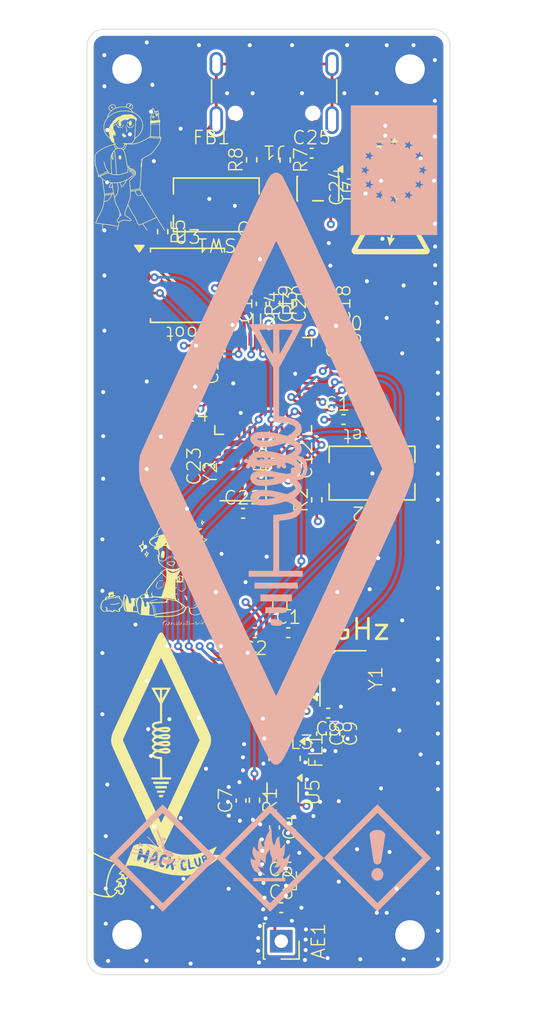
<source format=kicad_pcb>
(kicad_pcb (version 20241229) (generator "pcbnew") (generator_version "9.0")
  (layers (0 "F.Cu" signal) (4 "In1.Cu" signal) (6 "In2.Cu" signal) (2 "B.Cu" signal) (13 "F.Paste" user) (15 "B.Paste" user) (5 "F.SilkS" user "F.Silkscreen") (7 "B.SilkS" user "B.Silkscreen") (1 "F.Mask" user) (3 "B.Mask" user) (25 "Edge.Cuts" user))
  (net 0 "")
  (net 1 "Net-(AE1-A)")
  (net 2 "Earth")
  (net 3 "Net-(U1-VREG)")
  (net 4 "+3V3")
  (net 5 "Net-(C4-Pad2)")
  (net 6 "Net-(U5-RFIN)")
  (net 7 "Net-(U5-CTRL)")
  (net 8 "/SX1262_VR_PA")
  (net 9 "+1V1")
  (net 10 "Net-(C22-Pad2)")
  (net 11 "/XIN")
  (net 12 "VBUS")
  (net 13 "Net-(J1-SHIELD)")
  (net 14 "Net-(FL1-SW_RFI)")
  (net 15 "Net-(FL1-SW_RFO)")
  (net 16 "/SX1262_RFI_P")
  (net 17 "/SX1262_RFI_N")
  (net 18 "/SX1262_RFO")
  (net 19 "Net-(J1-CC2)")
  (net 21 "/USB_DM")
  (net 23 "/USB_DP")
  (net 24 "Net-(J1-CC1)")
  (net 25 "Net-(U1-DCC_SW)")
  (net 26 "/SX1262_DIO2")
  (net 27 "/RUN")
  (net 28 "Net-(U2-USB_DP)")
  (net 29 "Net-(U2-USB_DM)")
  (net 30 "Net-(R5-Pad1)")
  (net 31 "/QSPI_SS")
  (net 32 "/XOUT")
  (net 33 "/SX1262_SCK")
  (net 34 "/SX1262_DIO3")
  (net 35 "/SX1262_RESET")
  (net 36 "/SX1262_XTB")
  (net 37 "/SX1262_MISO")
  (net 38 "/SX1262_NSS")
  (net 39 "/SX1262_MOSI")
  (net 40 "/SX1262_DIO1")
  (net 41 "/SX1262_BUSY")
  (net 42 "/SX1262_XTA")
  (net 51 "/QSPI_SD3")
  (net 58 "/QSPI_SD0")
  (net 63 "/QSPI_SCLK")
  (net 66 "/QSPI_SD2")
  (net 72 "/QSPI_SD1")
  (footprint "Capacitor_SMD:C_0402_1005Metric" (layer "F.Cu") (at 134.82 45.17)
    (property "Reference" "C25")
    (property "Value" "10uF")
  )
  (footprint "Package_SO:SOIC-8_5.3x5.3mm_P1.27mm" (layer "F.Cu") (at 125.55 55.02)
    (property "Reference" "U3")
    (property "Value" "W25Q128JVS")
  )
  (footprint "Capacitor_SMD:C_0402_1005Metric" (layer "F.Cu") (at 136.05 56.4 -90)
    (property "Reference" "C18")
    (property "Value" "1uF")
  )
  (footprint "Resistor_SMD:R_0402_1005Metric" (layer "F.Cu") (at 133.05 56.39 90)
    (property "Reference" "R4")
    (property "Value" "27.4")
  )
  (footprint "foot:me" (layer "F.Cu") (at 120.277279 45.935958)
    (property "Reference" "G***" (hide yes))
    (property "Value" "LOGO" (hide yes))
  )
  (footprint "Capacitor_SMD:C_0402_1005Metric" (layer "F.Cu") (at 126.2 61 -90)
    (property "Reference" "C13")
    (property "Value" "100nF")
  )
  (footprint "Capacitor_SMD:C_0402_1005Metric" (layer "F.Cu") (at 137.2 60.02)
    (property "Reference" "C15")
    (property "Value" "100nF")
  )
  (footprint "Connector_PinSocket_2.54mm:PinSocket_1x01_P2.54mm_Vertical" (layer "F.Cu") (at 132.55 103.92 -90)
    (property "Reference" "AE1")
    (property "Value" "Antenna")
  )
  (footprint "Package_DFN_QFN:QFN-56-1EP_7x7mm_P0.4mm_EP3.2x3.2mm" (layer "F.Cu") (at 131.2 62.52)
    (property "Reference" "U2")
    (property "Value" "RP2040")
  )
  (footprint "Package_DFN_QFN:QFN-24-1EP_4x4mm_P0.5mm_EP2.6x2.6mm" (layer "F.Cu") (at 132.3 84.4825 180)
    (property "Reference" "U1")
    (property "Value" "SX1262IMLTRT")
  )
  (footprint "RF_Converter:Balun_Johanson_0900FM15K0039" (layer "F.Cu") (at 132.8 89.72 -90)
    (property "Reference" "FL1")
    (property "Value" "0900FM15K0039")
  )
  (footprint "Capacitor_SMD:C_0402_1005Metric" (layer "F.Cu") (at 129.7 72.02)
    (property "Reference" "C22")
    (property "Value" "15pF")
  )
  (footprint "MountingHole:MountingHole_2.2mm_M2" (layer "F.Cu") (at 142.158927 38.902666)
    (property "Reference" "REF**" (hide yes))
    (property "Value" "MountingHole_2.2mm_M2")
  )
  (footprint "Capacitor_SMD:C_0402_1005Metric" (layer "F.Cu") (at 136.55 88.44 -90)
    (property "Reference" "C9")
    (property "Value" "47nF")
  )
  (footprint "Crystal:Crystal_SMD_Abracon_ABM8G-4Pin_3.2x2.5mm" (layer "F.Cu") (at 129.7 69.02 90)
    (property "Reference" "Y2")
    (property "Value" "12mhz")
  )
  (footprint "Capacitor_SMD:C_0402_1005Metric" (layer "F.Cu") (at 132.05 95.44 -90)
    (property "Reference" "C4")
    (property "Value" "39pF")
  )
  (footprint "Capacitor_SMD:C_0402_1005Metric" (layer "F.Cu") (at 136.05 86.92 180)
    (property "Reference" "C3")
    (property "Value" "100nf")
  )
  (footprint "Resistor_SMD:R_0402_1005Metric" (layer "F.Cu") (at 135.2 71.01 90)
    (property "Reference" "R2")
    (property "Value" "10K")
  )
  (footprint "MountingHole:MountingHole_2.2mm_M2" (layer "F.Cu") (at 121.038927 103.432666)
    (property "Reference" "REF**" (hide yes))
    (property "Value" "MountingHole_2.2mm_M2")
  )
  (footprint "Capacitor_SMD:C_0402_1005Metric" (layer "F.Cu") (at 129.55 93.44 90)
    (property "Reference" "C7")
    (property "Value" "C")
  )
  (footprint "Capacitor_SMD:C_0402_1005Metric" (layer "F.Cu") (at 137.2 59.02)
    (property "Reference" "C10")
    (property "Value" "1uF")
  )
  (footprint "Capacitor_SMD:C_0402_1005Metric" (layer "F.Cu") (at 134.05 56.4 90)
    (property "Reference" "C19")
    (property "Value" "100nF")
  )
  (footprint "Capacitor_SMD:C_0402_1005Metric" (layer "F.Cu") (at 132.55 101.42)
    (property "Reference" "C6")
    (property "Value" "3.3pF")
  )
  (footprint "Capacitor_SMD:C_0402_1005Metric" (layer "F.Cu") (at 137.2 65.02)
    (property "Reference" "C17")
    (property "Value" "100nF")
  )
  (footprint "Capacitor_SMD:C_0402_1005Metric" (layer "F.Cu") (at 135.05 56.38 90)
    (property "Reference" "C20")
    (property "Value" "100nF")
  )
  (footprint "foot:HCB" (layer "F.Cu") (at 140.288927 43.732666)
    (property "Reference" "G***" (hide yes))
    (property "Value" "LOGO" (hide yes))
  )
  (footprint "MountingHole:MountingHole_2.2mm_M2" (layer "F.Cu") (at 142.158927 103.452666)
    (property "Reference" "REF**" (hide yes))
    (property "Value" "MountingHole_2.2mm_M2")
  )
  (footprint "Resistor_SMD:R_0402_1005Metric" (layer "F.Cu") (at 130.55 93.41 -90)
    (property "Reference" "R1")
    (property "Value" "100")
  )
  (footprint "Inductor_SMD:L_0402_1005Metric" (layer "F.Cu") (at 127.34 45.17)
    (property "Reference" "FB1")
    (property "Value" "BLM15AX102SN1D")
  )
  (footprint "Capacitor_SMD:C_0402_1005Metric" (layer "F.Cu") (at 137.2 61.02)
    (property "Reference" "C16")
    (property "Value" "100nF")
  )
  (footprint "MountingHole:MountingHole_2.2mm_M2" (layer "F.Cu") (at 121.038927 38.892666)
    (property "Reference" "REF**" (hide yes))
    (property "Value" "MountingHole_2.2mm_M2")
  )
  (footprint "Capacitor_SMD:C_0402_1005Metric" (layer "F.Cu") (at 133.2 68.04 -90)
    (property "Reference" "C12")
    (property "Value" "100nF")
  )
  (footprint "Package_TO_SOT_SMD:SOT-363_SC-70-6" (layer "F.Cu") (at 132.65 92.82 -90)
    (property "Reference" "U5")
    (property "Value" "PE4259")
  )
  (footprint "Resistor_SMD:R_0402_1005Metric" (layer "F.Cu") (at 132.84 45.68 -90)
    (property "Reference" "R7")
    (property "Value" "5.1K")
  )
  (footprint "Capacitor_SMD:C_0402_1005Metric" (layer "F.Cu") (at 133.07 80.92)
    (property "Reference" "C1")
    (property "Value" "470nf")
  )
  (footprint "Capacitor_SMD:C_0402_1005Metric" (layer "F.Cu") (at 130.57 80.92 180)
    (property "Reference" "C2")
    (property "Value" "100nf")
  )
  (footprint "Capacitor_SMD:C_0402_1005Metric" (layer "F.Cu") (at 130.65 51.99)
    (property "Reference" "C21")
    (property "Value" "100nF")
  )
  (footprint "Resistor_SMD:R_0402_1005Metric" (layer "F.Cu") (at 132.2 68.03 90)
    (property "Reference" "R6")
    (property "Value" "1K")
  )
  (footprint "Package_TO_SOT_SMD:SOT-23-5" (layer "F.Cu") (at 135.29 47.8075 -90)
    (property "Reference" "U4")
    (property "Value" "AP2112K-3.3")
  )
  (footprint "Resistor_SMD:R_0402_1005Metric" (layer "F.Cu") (at 132.05 56.37 -90)
    (property "Reference" "R3")
    (property "Value" "27.4")
  )
  (footprint "Button_Switch_SMD:SW_Tactile_SPST_NO_Straight_CK_PTS636Sx25SMTRLFS" (layer "F.Cu") (at 127.7 49.02 180)
    (property "Reference" "SW1")
    (property "Value" "BOOTSEL")
  )
  (footprint "Resistor_SMD:R_0402_1005Metric" (layer "F.Cu") (at 130.34 45.66 90)
    (property "Reference" "R8")
    (property "Value" "5.1K")
  )
  (footprint "Inductor_SMD:L_0402_1005Metric" (layer "F.Cu") (at 132.05 99.435 -90)
    (property "Reference" "L2")
    (property "Value" "9.1nH")
  )
  (footprint "Inductor_SMD:L_0402_1005Metric" (layer "F.Cu") (at 132.565 79.92)
    (property "Reference" "L1")
    (property "Value" "15uH")
  )
  (footprint "Connector_USB:USB_C_Receptacle_GCT_USB4105-xx-A_16P_TopMnt_Horizontal" (layer "F.Cu") (at 132.02 39.595 180)
    (property "Reference" "J1")
    (property "Value" "USB_C_Receptacle_USB2.0_16P")
  )
  (footprint "Capacitor_SMD:C_0402_1005Metric" (layer "F.Cu") (at 132.53 97.42 180)
    (property "Reference" "C5")
    (property "Value" "3.3pF")
  )
  (footprint "foot:Orph letb smol" (layer "F.Cu") (at 123.138927 98.642666)
    (property "Reference" "G***" (hide yes))
    (property "Value" "LOGO" (hide yes))
  )
  (footprint "Crystal:Crystal_SMD_3225-4Pin_3.2x2.5mm" (layer "F.Cu") (at 137.15 84.32 -90)
    (property "Reference" "Y1")
    (property "Value" "32mhz")
  )
  (footprint "Resistor_SMD:R_0402_1005Metric" (layer "F.Cu") (at 123.7 51.02 -90)
    (property "Reference" "R5")
    (property "Value" "1K")
  )
  (footprint "Capacitor_SMD:C_0402_1005Metric" (layer "F.Cu") (at 131.05 56.4 90)
    (property "Reference" "C11")
    (property "Value" "100nF")
  )
  (footprint "Capacitor_SMD:C_0402_1005Metric" (layer "F.Cu") (at 135.55 88.44 -90)
    (property "Reference" "C8")
    (property "Value" "47pF")
  )
  (footprint "foot:Warning" (layer "F.Cu") (at 140.72 50.21)
    (property "Reference" "G***" (hide yes))
    (property "Value" "LOGO" (hide yes))
  )
  (footprint "Button_Switch_SMD:SW_Tactile_SPST_NO_Straight_CK_PTS636Sx25SMTRLFS" (layer "F.Cu") (at 139.325 69.02 180)
    (property "Reference" "SW2")
    (property "Value" "RESET")
  )
  (footprint "Capacitor_SMD:C_0402_1005Metric" (layer "F.Cu") (at 125.68 63.52 180)
    (property "Reference" "C14")
    (property "Value" "100nF")
  )
  (footprint "foot:Me new" (layer "F.Cu") (at 123.2 76.04)
    (property "Reference" "G***" (hide yes))
    (property "Value" "LOGO" (hide yes))
  )
  (footprint "Capacitor_SMD:C_0402_1005Metric" (layer "F.Cu") (at 137.84 47.67 90)
    (property "Reference" "C24")
    (property "Value" "10uF")
  )
  (footprint "foot:ham" (layer "F.Cu") (at 123.578927 88.942666)
    (property "Reference" "G***" (hide yes))
    (property "Value" "LOGO" (hide yes))
  )
  (footprint "Capacitor_SMD:C_0402_1005Metric" (layer "F.Cu") (at 127.2 68.5 90)
    (property "Reference" "C23")
    (property "Value" "15pF")
  )
  (footprint "Inductor_SMD:L_0402_1005Metric" (layer "F.Cu") (at 134.065 87.92 180)
    (property "Reference" "L3")
    (property "Value" "47nH")
  )
  (footprint "foot:Flame" (layer "B.Cu") (at 131.718927 97.722666 180)
    (property "Reference" "G***" (hide yes))
    (property "Value" "LOGO" (hide yes))
  )
  (footprint "foot:EU invert" (layer "B.Cu") (at 140.963365 46.435066 90)
    (property "Reference" "G***" (hide yes))
    (property "Value" "LOGO" (hide yes))
  )
  (footprint "foot:bomb" (layer "B.Cu") (at 123.698927 97.722666 180)
    (property "Reference" "G***" (hide yes))
    (property "Value" "LOGO" (hide yes))
  )
  (footprint "foot:EU invert" (layer "B.Cu") (at 122.109781 46.613914 -90)
    (property "Reference" "G***" (hide yes))
    (property "Value" "LOGO" (hide yes))
  )
  (footprint "foot:Hazard" (layer "B.Cu") (at 139.728927 97.712666 180)
    (property "Reference" "G***" (hide yes))
    (property "Value" "LOGO" (hide yes))
  )
  (footprint "foot:Ham big" (layer "B.Cu") (at 132.171076 68.707741 180)
    (property "Reference" "G***")
    (property "Value" "LOGO" (hide yes))
  )
  (footprint "foot:EU" (layer "B.Cu") (at 140.963365 46.435066 90)
    (property "Reference" "G***" (hide yes))
    (property "Value" "LOGO" (hide yes))
  )
  (gr_line (start 127.55 35.92) (end 143.88 35.92) (stroke (width 0.05)) (layer "Edge.Cuts"))
  (gr_line (start 132.05 106.42) (end 143.88 106.42) (stroke (width 0.05)) (layer "Edge.Cuts"))
  (gr_arc (start 119.32 106.42) (mid 118.421974 106.048026) (end 118.05 105.15) (stroke (width 0.05)) (layer "Edge.Cuts"))
  (gr_arc (start 145.15 105.15) (mid 144.778026 106.048026) (end 143.88 106.42) (stroke (width 0.05)) (layer "Edge.Cuts"))
  (gr_line (start 118.05 105.15) (end 118.05 37.42) (stroke (width 0.05)) (layer "Edge.Cuts"))
  (gr_line (start 145.15 105.15) (end 145.15 37.19) (stroke (width 0.05)) (layer "Edge.Cuts"))
  (gr_arc (start 143.88 35.92) (mid 144.778026 36.291974) (end 145.15 37.19) (stroke (width 0.05)) (layer "Edge.Cuts"))
  (gr_line (start 127.55 35.92) (end 119.32 35.92) (stroke (width 0.05)) (layer "Edge.Cuts"))
  (gr_arc (start 118.05 37.19) (mid 118.421974 36.291974) (end 119.32 35.92) (stroke (width 0.05)) (layer "Edge.Cuts"))
  (gr_line (start 118.05 37.19) (end 118.05 37.42) (stroke (width 0.05)) (layer "Edge.Cuts"))
  (gr_line (start 132.05 106.42) (end 119.32 106.42) (stroke (width 0.05)) (layer "Edge.Cuts"))
  (gr_text "1GHz\n" (at 134.71 81.56 0) (layer "F.SilkS") (effects (font (size 1.524 1.524) (thickness 0.2) (bold yes)) (justify left bottom)))
  (gr_text "Reset\n" (at 141.358927 65.642666 180) (layer "F.SilkS") (effects (font (size 1 1) (thickness 0.1)) (justify left bottom)))
  (gr_text "Boot\n" (at 127.398927 58.012666 180) (layer "F.SilkS") (effects (font (size 1 1) (thickness 0.1)) (justify left bottom)))
  (segment (start 132.31 103.68) (end 132.55 103.92) (width 0.2) (layer "F.Cu") (net 1))
  (segment (start 132.05 101.385857) (end 132.05 99.92) (width 0.2) (layer "F.Cu") (net 1))
  (segment (start 132.07 103.100588) (end 132.07 101.434142) (width 0.2) (layer "F.Cu") (net 1))
  (arc (start 132.07 101.434142) (mid 132.067401 101.421076) (end 132.06 101.41) (width 0.2) (layer "F.Cu") (net 1))
  (arc (start 132.05 101.385857) (mid 132.052598 101.398923) (end 132.06 101.41) (width 0.2) (layer "F.Cu") (net 1))
  (arc (start 132.31 103.68) (mid 132.132373 103.414163) (end 132.07 103.100588) (width 0.2) (layer "F.Cu") (net 1))
  (segment (start 132.6 91.82) (end 132.65 91.87) (width 0.2) (layer "F.Cu") (net 2))
  (segment (start 132.55 91.699289) (end 132.55 90.42) (width 0.2) (layer "F.Cu") (net 2))
  (via (at 144.04 54.87) (size 0.6) (drill 0.3) (layers "F.Cu" "B.Cu") (net 2))
  (via (at 124.2 87.37) (size 0.6) (drill 0.3) (layers "F.Cu" "B.Cu") (net 2))
  (via (at 130.2 37.12) (size 0.6) (drill 0.3) (layers "F.Cu" "B.Cu") (net 2))
  (via (at 121.67 80.31) (size 0.6) (drill 0.3) (layers "F.Cu" "B.Cu") (net 2))
  (via (at 130.83 103.69) (size 0.6) (drill 0.3) (layers "F.Cu" "B.Cu") (net 2))
  (via (at 119.35 54.29) (size 0.6) (drill 0.3) (layers "F.Cu" "B.Cu") (net 2))
  (via (at 136.1 51.87) (size 0.6) (drill 0.3) (layers "F.Cu" "B.Cu") (net 2))
  (via (at 134.53 88.84) (size 0.6) (drill 0.3) (layers "F.Cu" "B.Cu") (net 2))
  (via (at 140.42 57.45) (size 0.6) (drill 0.3) (layers "F.Cu" "B.Cu") (net 2))
  (via (at 140 47.23) (size 0.6) (drill 0.3) (layers "F.Cu" "B.Cu") (net 2))
  (via (at 139.68 40.7) (size 0.6) (drill 0.3) (layers "F.Cu" "B.Cu") (net 2))
  (via (at 126.93 91.06) (size 0.6) (drill 0.3) (layers "F.Cu" "B.Cu") (net 2))
  (via (at 140.42 37.12) (size 0.6) (drill 0.3) (layers "F.Cu" "B.Cu") (net 2))
  (via (at 119.56 47.34) (size 0.6) (drill 0.3) (layers "F.Cu" "B.Cu") (net 2))
  (via (at 125.04 94.74) (size 0.6) (drill 0.3) (layers "F.Cu" "B.Cu") (net 2))
  (via (at 134.35 90.59) (size 0.6) (drill 0.3) (layers "F.Cu" "B.Cu") (net 2))
  (via (at 119.26 66.27) (size 0.6) (drill 0.3) (layers "F.Cu" "B.Cu") (net 2))
  (via (at 131.2 101.55) (size 0.6) (drill 0.3) (layers "F.Cu" "B.Cu") (net 2))
  (via (at 130.98 95.21) (size 0.6) (drill 0.3) (layers "F.Cu" "B.Cu") (net 2))
  (via (at 136.84 93.48) (size 0.6) (drill 0.3) (layers "F.Cu" "B.Cu") (net 2))
  (via (at 144.24 59.06) (size 0.6) (drill 0.3) (layers "F.Cu" "B.Cu") (net 2))
  (via (at 144.24 63.1) (size 0.6) (drill 0.3) (layers "F.Cu" "B.Cu") (net 2))
  (via (at 130.83 104.63) (size 0.6) (drill 0.3) (layers "F.Cu" "B.Cu") (net 2))
  (via (at 119.35 40.18) (size 0.6) (drill 0.3) (layers "F.Cu" "B.Cu") (net 2))
  (via (at 138.21 97.06) (size 0.6) (drill 0.3) (layers "F.Cu" "B.Cu") (net 2))
  (via (at 119.35 50.92) (size 0.6) (drill 0.3) (layers "F.Cu" "B.Cu") (net 2))
  (via (at 122.93 40.07) (size 0.6) (drill 0.3) (layers "F.Cu" "B.Cu") (net 2))
  (via (at 122.83 90.11) (size 0.6) (drill 0.3) (layers "F.Cu" "B.Cu") (net 2))
  (via (at 134.37 104.58) (size 0.6) (drill 0.3) (layers "F.Cu" "B.Cu") (net 2))
  (via (at 121.25 43.76) (size 0.6) (drill 0.3) (layers "F.Cu" "B.Cu") (net 2))
  (via (at 144.02 50.43) (size 0.6) (drill 0.3) (layers "F.Cu" "B.Cu") (net 2))
  (via (at 144.24 92.59) (size 0.6) (drill 0.3) (layers "F.Cu" "B.Cu") (net 2))
  (via (at 134.37 103.8) (size 0.6) (drill 0.3) (layers "F.Cu" "B.Cu") (net 2))
  (via (at 122.51 36.91) (size 0.6) (drill 0.3) (layers "F.Cu" "B.Cu") (net 2))
  (via (at 139.68 101.8) (size 0.6) (drill 0.3) (layers "F.Cu" "B.Cu") (net 2))
  (via (at 134.32 105.32) (size 0.6) (drill 0.3) (layers "F.Cu" "B.Cu") (net 2))
  (via (at 122.93 101.38) (size 0.6) (drill 0.3) (layers "F.Cu" "B.Cu") (net 2))
  (via (at 123.56 66.3) (size 0.6) (drill 0.3) (layers "F.Cu" "B.Cu") (net 2))
  (via (at 144.24 74.16) (size 0.6) (drill 0.3) (layers "F.Cu" "B.Cu") (net 2))
  (via (at 125.78 105.59) (size 0.6) (drill 0.3) (layers "F.Cu" "B.Cu") (net 2))
  (via (at 134.95 94.59) (size 0.6) (drill 0.3) (layers "F.Cu" "B.Cu") (net 2))
  (via (at 144.24 77.59) (size 0.6) (drill 0.3) (layers "F.Cu" "B.Cu") (net 2))
  (via (at 142.42 37.12) (size 0.6) (drill 0.3) (layers "F.Cu" "B.Cu") (net 2))
  (via (at 119.26 69.44) (size 0.6) (drill 0.3) (layers "F.Cu" "B.Cu") (net 2))
  (via (at 122.51 62.19) (size 0.6) (drill 0.3) (layers "F.Cu" "B.Cu") (net 2))
  (via (at 134.46 92.89) (size 0.6) (drill 0.3) (layers "F.Cu" "B.Cu") (net 2))
  (via (at 144.24 69.07) (size 0.6) (drill 0.3) (layers "F.Cu" "B.Cu") (net 2))
  (via (at 138.45 105.27) (size 0.6) (drill 0.3) (layers "F.Cu" "B.Cu") (net 2))
  (via (at 140.42 101.8) (size 0.6) (drill 0.3) (layers "F.Cu" "B.Cu") (net 2))
  (via (at 134.87 89.68) (size 0.6) (drill 0.3) (layers "F.Cu" "B.Cu") (net 2))
  (via (at 137.26 40.7) (size 0.6) (drill 0.3) (layers "F.Cu" "B.Cu") (net 2))
  (via (at 134.05 101.42) (size 0.6) (drill 0.3) (layers "F.Cu" "B.Cu") (net 2))
  (via (at 128.63 92.42) (size 0.6) (drill 0.3) (layers "F.Cu" "B.Cu") (net 2))
  (via (at 134.46 91.86) (size 0.6) (drill 0.3) (layers "F.Cu" "B.Cu") (net 2))
  (via (at 140.63 97.27) (size 0.6) (drill 0.3) (layers "F.Cu" "B.Cu") (net 2))
  (via (at 136.6 89.75) (size 0.6) (drill 0.3) (layers "F.Cu" "B.Cu") (net 2))
  (via (at 140.1 51.55) (size 0.6) (drill 0.3) (layers "F.Cu" "B.Cu") (net 2))
  (via (at 122.83 42.07) (size 0.6) (drill 0.3) (layers "F.Cu" "B.Cu") (net 2))
  (via (at 139.15 77.68) (size 0.6) (drill 0.3) (layers "F.Cu" "B.Cu") (net 2))
  (via (at 129.08 49.09) (size 0.6) (drill 0.3) (layers "F.Cu" "B.Cu") (net 2))
  (via (at 135.45 93.53) (size 0.6) (drill 0.3) (layers "F.Cu" "B.Cu") (net 2))
  (via (at 128.63 94.56) (size 0.6) (drill 0.3) (layers "F.Cu" "B.Cu") (net 2))
  (via (at 144.01 41.26) (size 0.6) (drill 0.3) (layers "F.Cu" "B.Cu") (net 2))
  (via (at 144.24 95.82) (size 0.6) (drill 0.3) (layers "F.Cu" "B.Cu") (net 2))
  (via (at 122.51 78.2) (size 0.6) (drill 0.3) (layers "F.Cu" "B.Cu") (net 2))
  (via (at 133.59 61.61) (size 0.6) (drill 0.3) (layers "F.Cu" "B.Cu") (net 2))
  (via (at 128.57 93.53) (size 0.6) (drill 0.3) (layers "F.Cu" "B.Cu") (net 2))
  (via (at 139.79 75.36) (size 0.6) (drill 0.3) (layers "F.Cu" "B.Cu") (net 2))
  (via (at 123.04 95.38) (size 0.6) (drill 0.3) (layers "F.Cu" "B.Cu") (net 2))
  (via (at 133.9 97.33) (size 0.6) (drill 0.3) (layers "F.Cu" "B.Cu") (net 2))
  (via (at 128.97 62.33) (size 0.6) (drill 0.3) (layers "F.Cu" "B.Cu") (net 2))
  (via (at 131.3 100.67) (size 0.6) (drill 0.3) (layers "F.Cu" "B.Cu") (net 2))
  (via (at 138.84 48.18) (size 0.6) (drill 0.3) (layers "F.Cu" "B.Cu") (net 2))
  (via (at 125.52 71.68) (size 0.6) (drill 0.3) (layers "F.Cu" "B.Cu") (net 2))
  (via (at 131.22 90.68) (size 0.6) (drill 0.3) (layers "F.Cu" "B.Cu") (net 2))
  (via (at 125.25 99.27) (size 0.6) (drill 0.3) (layers "F.Cu" "B.Cu") (net 2))
  (via (at 119.35 37.86) (size 0.6) (drill 0.3) (layers "F.Cu" "B.Cu") (net 2))
  (via (at 122.51 68.72) (size 0.6) (drill 0.3) (layers "F.Cu" "B.Cu") (net 2))
  (via (at 140.95 85.16) (size 0.6) (drill 0.3) (layers "F.Cu" "B.Cu") (net 2))
  (via (at 128.09 75.04) (size 0.6) (drill 0.3) (layers "F.Cu" "B.Cu") (net 2))
  (via (at 131.46 75.25) (size 0.6) (drill 0.3) (layers "F.Cu" "B.Cu") (net 2))
  (via (at 133.12 95.13) (size 0.6) (drill 0.3) (layers "F.Cu" "B.Cu") (net 2))
  (via (at 119.2 73.96) (size 0.6) (drill 0.3) (layers "F.Cu" "B.Cu") (net 2))
  (via (at 128.62 100.01) (size 0.6) (drill 0.3) (layers "F.Cu" "B.Cu") (net 2))
  (via (at 119.2 77.8) (size 0.6) (drill 0.3) (layers "F.Cu" "B.Cu") (net 2))
  (via (at 140.31 43.12) (size 0.6) (drill 0.3) (layers "F.Cu" "B.Cu") (net 2))
  (via (at 140 92.53) (size 0.6) (drill 0.3) (layers "F.Cu" "B.Cu") (net 2))
  (via (at 129.78 89.23) (size 0.6) (drill 0.3) (layers "F.Cu" "B.Cu") (net 2))
  (via (at 144.24 100.33) (size 0.6) (drill 0.3) (layers "F.Cu" "B.Cu") (net 2))
  (via (at 131.1 96.33) (size 0.6) (drill 0.3) (layers "F.Cu" "B.Cu") (net 2))
  (via (at 119.45 102.61) (size 0.6) (drill 0.3) (layers "F.Cu" "B.Cu") (net 2))
  (via (at 130.95 102.79) (size 0.6) (drill 0.3) (layers "F.Cu" "B.Cu") (net 2))
  (via (at 136.21 53.55) (size 0.6) (drill 0.3) (layers "F.Cu" "B.Cu") (net 2))
  (via (at 144.24 81.36) (size 0.6) (drill 0.3) (layers "F.Cu" "B.Cu") (net 2))
  (via (at 129.43 92.06) (size 0.6) (drill 0.3) (layers "F.Cu" "B.Cu") (net 2))
  (via (at 144.24 84.54) (size 0.6) (drill 0.3) (layers "F.Cu" "B.Cu") (net 2))
  (via (at 119.2 87) (size 0.6) (drill 0.3) (layers "F.Cu" "B.Cu") (net 2))
  (via (at 131.38 102.22) (size 0.6) (drill 0.3) (layers "F.Cu" "B.Cu") (net 2))
  (via (at 133.51 94.64) (size 0.6) (drill 0.3) (layers "F.Cu" "B.Cu") (net 2))
  (via (at 132.9 100.52) (size 0.6) (drill 0.3) (layers "F.Cu" "B.Cu") (net 2))
  (via (at 119.56 43.44) (size 0.6) (drill 0.3) (layers "F.Cu" "B.Cu") (net 2))
  (via (at 127.18 48.58) (size 0.6) (drill 0.3) (layers "F.Cu" "B.Cu") (net 2))
  (via (at 133.34 102.4) (size 0.6) (drill 0.3) (layers "F.Cu" "B.Cu") (net 2))
  (via (at 141.16 100.01) (size 0.6) (drill 0.3) (layers "F.Cu" "B.Cu") (net 2))
  (via (at 135.23 85.53) (size 0.6) (drill 0.3) (layers "F.Cu" "B.Cu") (net 2))
  (via (at 119.2 82.43) (size 0.6) (drill 0.3) (layers "F.Cu" "B.Cu") (net 2))
  (via (at 129.88 77.15) (size 0.6) (drill 0.3) (layers "F.Cu" "B.Cu") (net 2))
  (via (at 133.36 37.12) (size 0.6) (drill 0.3) (layers "F.Cu" "B.Cu") (net 2))
  (via (at 137 86.43) (size 0.6) (drill 0.3) (layers "F.Cu" "B.Cu") (net 2))
  (via (at 131.13 98.18) (size 0.6) (drill 0.3) (layers "F.Cu" "B.Cu") (net 2))
  (via (at 119.63 105.39) (size 0.6) (drill 0.3) (layers "F.Cu" "B.Cu") (net 2))
  (via (at 129.69 90.21) (size 0.6) (drill 0.3) (layers "F.Cu" "B.Cu") (net 2))
  (via (at 144.24 64.95) (size 0.6) (drill 0.3) (layers "F.Cu" "B.Cu") (net 2))
  (via (at 144.01 43.92) (size 0.6) (drill 0.3) (layers "F.Cu" "B.Cu") (net 2))
  (via (at 141.37 88.21) (size 0.6) (drill 0.3) (layers "F.Cu" "B.Cu") (net 2))
  (via (at 144.04 53.52) (size 0.6) (drill 0.3) (layers "F.Cu" "B.Cu") (net 2))
  (via (at 138.84 48.18) (size 0.6) (drill 0.3) (layers "F.Cu" "B.Cu") (net 2))
  (via (at 119.45 96.09) (size 0.6) (drill 0.3) (layers "F.Cu" "B.Cu") (net 2))
  (via (at 131.28 88.81) (size 0.6) (drill 0.3) (layers "F.Cu" "B.Cu") (net 2))
  (via (at 133.05 95.86) (size 0.6) (drill 0.3) (layers "F.Cu" "B.Cu") (net 2))
  (via (at 144.24 71) (size 0.6) (drill 0.3) (layers "F.Cu" "B.Cu") (net 2))
  (via (at 144.04 52.13) (size 0.6) (drill 0.3) (layers "F.Cu" "B.Cu") (net 2))
  (via (at 144.01 38.23) (size 0.6) (drill 0.3) (layers "F.Cu" "B.Cu") (net 2))
  (via (at 122.62 88.11) (size 0.6) (drill 0.3) (layers "F.Cu" "B.Cu") (net 2))
  (via (at 119.35 58.4) (size 0.6) (drill 0.3) (layers "F.Cu" "B.Cu") (net 2))
  (via (at 144.24 90.64) (size 0.6) (drill 0.3) (layers "F.Cu" "B.Cu") (net 2))
  (via (at 122.4 74.52) (size 0.6) (drill 0.3) (layers "F.Cu" "B.Cu") (net 2))
  (via (at 131.22 99.57) (size 0.6) (drill 0.3) (layers "F.Cu" "B.Cu") (net 2))
  (via (at 144.24 86.19) (size 0.6) (drill 0.3) (layers "F.Cu" "B.Cu") (net 2))
  (via (at 142.95 45.55) (size 0.6) (drill 0.3) (layers "F.Cu" "B.Cu") (net 2))
  (via (at 128.51 40.7) (size 0.6) (drill 0.3) (layers "F.Cu" "B.Cu") (net 2))
  (via (at 137.5 88.83) (size 0.6) (drill 0.3) (layers "F.Cu" "B.Cu") (net 2))
  (via (at 130.89 105.51) (size 0.6) (drill 0.3) (layers "F.Cu" "B.Cu") (net 2))
  (via (at 144.24 105.27) (size 0.6) (drill 0.3) (layers "F.Cu" "B.Cu") (net 2))
  (via (at 133.05 96.52) (size 0.6) (drill 0.3) (layers "F.Cu" "B.Cu") (net 2))
  (via (at 119.26 62.98) (size 0.6) (drill 0.3) (layers "F.Cu" "B.Cu") (net 2))
  (via (at 140.31 43.86) (size 0.6) (drill 0.3) (layers "F.Cu" "B.Cu") (net 2))
  (via (at 143.96 47.22) (size 0.6) (drill 0.3) (layers "F.Cu" "B.Cu") (net 2))
  (via (at 144.24 61.52) (size 0.6) (drill 0.3) (layers "F.Cu" "B.Cu") (net 2))
  (via (at 142.95 90) (size 0.6) (drill 0.3) (layers "F.Cu" "B.Cu") (net 2))
  (via (at 144.24 103.14) (size 0.6) (drill 0.3) (layers "F.Cu" "B.Cu") (net 2))
  (via (at 126.41 87.26) (size 0.6) (drill 0.3) (layers "F.Cu" "B.Cu") (net 2))
  (via (at 123.04 45.76) (size 0.6) (drill 0.3) (layers "F.Cu" "B.Cu") (net 2))
  (via (at 141.68 55.03) (size 0.6) (drill 0.3) (layers "F.Cu" "B.Cu") (net 2))
  (via (at 134.1 40.7) (size 0.6) (drill 0.3) (layers "F.Cu" "B.Cu") (net 2))
  (via (at 139.35 69.05) (size 0.6) (drill 0.3) (layers "F.Cu" "B.Cu") (net 2))
  (via (at 132.9 99.78) (size 0.6) (drill 0.3) (layers "F.Cu" "B.Cu") (net 2))
  (via (at 122.51 84.52) (size 0.6) (drill 0.3) (layers "F.Cu" "B.Cu") (net 2))
  (via (at 125.04 43.34) (size 0.6) (drill 0.3) (layers "F.Cu" "B.Cu") (net 2))
  (via (at 129.69 91.18) (size 0.6) (drill 0.3) (layers "F.Cu" "B.Cu") (net 2))
  (via (at 138.94 54.71) (size 0.6) (drill 0.3) (layers "F.Cu" "B.Cu") (net 2))
  (via (at 129.46 94.94) (size 0.6) (drill 0.3) (layers "F.Cu" "B.Cu") (net 2))
  (via (at 141.58 60.09) (size 0.6) (drill 0.3) (layers "F.Cu" "B.Cu") (net 2))
  (via (at 141.58 80) (size 0.6) (drill 0.3) (layers "F.Cu" "B.Cu") (net 2))
  (via (at 144.24 57.75) (size 0.6) (drill 0.3) (layers "F.Cu" "B.Cu") (net 2))
  (via (at 130.43 94.86) (size 0.6) (drill 0.3) (layers "F.Cu" "B.Cu") (net 2))
  (via (at 144.24 88.44) (size 0.6) (drill 0.3) (layers "F.Cu" "B.Cu") (net 2))
  (via (at 135.79 89.71) (size 0.6) (drill 0.3) (layers "F.Cu" "B.Cu") (net 2))
  (via (at 141.68 105.27) (size 0.6) (drill 0.3) (layers "F.Cu" "B.Cu") (net 2))
  (via (at 126.41 37.12) (size 0.6) (drill 0.3) (layers "F.Cu" "B.Cu") (net 2))
  (via (at 127.67 77.89) (size 0.6) (drill 0.3) (layers "F.Cu" "B.Cu") (net 2))
  (via (at 144.24 98.5) (size 0.6) (drill 0.3) (layers "F.Cu" "B.Cu") (net 2))
  (via (at 144.24 67.05) (size 0.6) (drill 0.3) (layers "F.Cu" "B.Cu") (net 2))
  (via (at 131.13 97.18) (size 0.6) (drill 0.3) (layers "F.Cu" "B.Cu") (net 2))
  (via (at 130.41 40.7) (size 0.6) (drill 0.3) (layers "F.Cu" "B.Cu") (net 2))
  (via (at 137.47 37.12) (size 0.6) (drill 0.3) (layers "F.Cu" "B.Cu") (net 2))
  (via (at 119.57 92.24) (size 0.6) (drill 0.3) (layers "F.Cu" "B.Cu") (net 2))
  (via (at 136.84 99.48) (size 0.6) (drill 0.3) (layers "F.Cu" "B.Cu") (net 2))
  (via (at 144.15 56.34) (size 0.6) (drill 0.3) (layers "F.Cu" "B.Cu") (net 2))
  (via (at 130.98 98.91) (size 0.6) (drill 0.3) (layers "F.Cu" "B.Cu") (net 2))
  (via (at 136.01 105.18) (size 0.6) (drill 0.3) (layers "F.Cu" "B.Cu") (net 2))
  (via (at 129.52 64.53) (size 0.6) (drill 0.3) (layers "F.Cu" "B.Cu") (net 2))
  (via (at 136.73 77.89) (size 0.6) (drill 0.3) (layers "F.Cu" "B.Cu") (net 2))
  (via (at 134.39 103.04) (size 0.6) (drill 0.3) (layers "F.Cu" "B.Cu") (net 2))
  (via (at 144.24 82.96) (size 0.6) (drill 0.3) (layers "F.Cu" "B.Cu") (net 2))
  (via (at 122.49 105.37) (size 0.6) (drill 0.3) (layers "F.Cu" "B.Cu") (net 2))
  (via (at 132.9 98.51) (size 0.6) (drill 0.3) (layers "F.Cu" "B.Cu") (net 2))
  (via (at 119.45 99.99) (size 0.6) (drill 0.3) (layers "F.Cu" "B.Cu") (net 2))
  (arc (start 132.55 91.699289) (mid 132.562994 91.764617) (end 132.6 91.82) (width 0.2) (layer "F.Cu") (net 2))
  (segment (start 133.55 81.42) (end 133.55 82.545) (width 0.2) (layer "F.Cu") (net 3))
  (segment (start 133.55 80.92) (end 133.55 80.67) (width 0.2) (layer "F.Cu") (net 3))
  (segment (start 133.373223 80.243223) (end 133.05 79.92) (width 0.2) (layer "F.Cu") (net 3))
  (segment (start 133.55 80.92) (end 133.55 81.42) (width 0.2) (layer "F.Cu") (net 3))
  (arc (start 133.373223 80.243223) (mid 133.504057 80.43903) (end 133.55 80.67) (width 0.2) (layer "F.Cu") (net 3))
  (segment (start 134.403553 57.92) (end 135.3909 57.92) (width 0.2) (layer "F.Cu") (net 4))
  (segment (start 135.373734 86.868734) (end 134.2375 85.7325) (width 0.2) (layer "F.Cu") (net 4))
  (segment (start 129.1375 53.115) (end 130.88318 53.115) (width 0.2) (layer "F.Cu") (net 4))
  (segment (start 126.2 59.537071) (end 126.2 60.52) (width 0.2) (layer "F.Cu") (net 4))
  (segment (start 133.8 59.0825) (end 134.04875 59.0825) (width 0.2) (layer "F.Cu") (net 4))
  (segment (start 126.52 64.22) (end 127.028197 63.711802) (width 0.2) (layer "F.Cu") (net 4))
  (segment (start 131.4 58.777487) (end 131.4 58.8825) (width 0.2) (layer "F.Cu") (net 4))
  (segment (start 136.625251 58.995251) (end 135.8875 58.2575) (width 0.2) (layer "F.Cu") (net 4))
  (segment (start 135.297139 63.52) (end 134.6375 63.52) (width 0.2) (layer "F.Cu") (net 4))
  (segment (start 133.731196 58.238803) (end 133.799999 58.169999) (width 0.2) (layer "F.Cu") (net 4))
  (segment (start 135.119587 59.0825) (end 133.8 59.0825) (width 0.2) (layer "F.Cu") (net 4))
  (segment (start 136.25 50.47) (end 136.245 50.465) (width 0.2) (layer "F.Cu") (net 4))
  (segment (start 137.32961 48.660389) (end 137.84 48.15) (width 0.2) (layer "F.Cu") (net 4))
  (segment (start 136.685 59.02) (end 136.72 59.02) (width 0.2) (layer "F.Cu") (net 4))
  (segment (start 130.65402 79.40402) (end 129.89 78.64) (width 0.2) (layer "F.Cu") (net 4))
  (segment (start 133.572157 67.932157) (end 133.2 67.56) (width 0.2) (layer "F.Cu") (net 4))
  (segment (start 136.608193 61.02) (end 136.496387 61.02) (width 0.2) (layer "F.Cu") (net 4))
  (segment (start 133.572157 69.085392) (end 133.08729 69.570259) (width 0.2) (layer "F.Cu") (net 4))
  (segment (start 131.4 66.549188) (end 131.4 65.9575) (width 0.2) (layer "F.Cu") (net 4))
  (segment (start 136.24 48.945) (end 136.24 50.452928) (width 0.2) (layer "F.Cu") (net 4))
  (segment (start 135.29 72.62) (end 135.245 72.575) (width 0.2) (layer "F.Cu") (net 4))
  (segment (start 135.76 65.04) (end 135.77 65.03) (width 0.2) (layer "F.Cu") (net 4))
  (segment (start 136.24 48.945) (end 136.6425 48.945) (width 0.2) (layer "F.Cu") (net 4))
  (segment (start 126.14 62.6) (end 126.12 62.58) (width 0.2) (layer "F.Cu") (net 4))
  (segment (start 136.460753 58.145) (end 135.934099 58.145) (width 0.2) (layer "F.Cu") (net 4))
  (segment (start 134.310502 93.77) (end 133.3 93.77) (width 0.2) (layer "F.Cu") (net 4))
  (segment (start 127.49125 63.52) (end 127.7625 63.52) (width 0.2) (layer "F.Cu") (net 4))
  (segment (start 134.44 86.76) (end 134.33875 86.65875) (width 0.2) (layer "F.Cu") (net 4))
  (segment (start 135.845 61.215) (end 135.65 61.41) (width 0.2) (layer "F.Cu") (net 4))
  (segment (start 133.55 58.67625) (end 133.55 58.826433) (width 0.2) (layer "F.Cu") (net 4))
  (segment (start 131.6 57.86) (end 131.5 57.96) (width 0.2) (layer "F.Cu") (net 4))
  (segment (start 135.4975 86.92) (end 135.57 86.92) (width 0.2) (layer "F.Cu") (net 4))
  (segment (start 131.911 66.696) (end 131.546811 66.696) (width 0.2) (layer "F.Cu") (net 4))
  (segment (start 135.170066 59.92) (end 134.6375 59.92) (width 0.2) (layer "F.Cu") (net 4))
  (segment (start 135.8875 58.2575) (end 135.6625 58.0325) (width 0.2) (layer "F.Cu") (net 4))
  (segment (start 127.5625 59.72) (end 127.7625 59.92) (width 0.2) (layer "F.Cu") (net 4))
  (segment (start 134.395 93.805) (end 134.43 93.84) (width 0.2) (layer "F.Cu") (net 4))
  (segment (start 133.2 67.56) (end 132.63652 66.99652) (width 0.2) (layer "F.Cu") (net 4))
  (segment (start 126.16 62.648284) (end 126.16 63.52) (width 0.2) (layer "F.Cu") (net 4))
  (segment (start 135.794142 65.02) (end 136.72 65.02) (width 0.2) (layer "F.Cu") (net 4))
  (segment (start 131.05 57.932512) (end 131.05 56.88) (width 0.2) (layer "F.Cu") (net 4))
  (segment (start 131.05 80.36) (end 131.05 80.566446) (width 0.2) (layer "F.Cu") (net 4))
  (segment (start 131.4 58.201421) (end 131.4 58.8825) (width 0.2) (layer "F.Cu") (net 4))
  (segment (start 133.063775 69.58) (end 133.05 69.58) (width 0.2) (layer "F.Cu") (net 4))
  (segment (start 133.475 59.0075) (end 133.4 59.0825) (width 0.2) (layer "F.Cu") (net 4))
  (segment (start 131.6 59.0825) (end 131.8 59.0825) (width 0.2) (layer "F.Cu") (net 4))
  (segment (start 131.55 82.545) (end 131.55 81.773553) (width 0.2) (layer "F.Cu") (net 4))
  (segment (start 136.25125 59.55125) (end 136.72 60.02) (width 0.2) (layer "F.Cu") (net 4))
  (segment (start 125.28 59.52) (end 127.079657 59.52) (width 0.2) (layer "F.Cu") (net 4))
  (segment (start 131.55 82.545) (end 132.05 82.545) (width 0.2) (layer "F.Cu") (net 4))
  (segment (start 134.2375 86.41431) (end 134.2375 85.7325) (width 0.2) (layer "F.Cu") (net 4))
  (segment (start 136.315771 61.02) (end 136.608193 61.02) (width 0.2) (layer "F.Cu") (net 4))
  (segment (start 136.5875 58.0925) (end 136.64 58.04) (width 0.2) (layer "F.Cu") (net 4))
  (segment (start 126.19 59.52) (end 126.195 59.525) (width 0.2) (layer "F.Cu") (net 4))
  (segment (start 134.473392 58.906607) (end 134.83 58.55) (width 0.2) (layer "F.Cu") (net 4))
  (segment (start 135.2 72.46636) (end 135.2 71.52) (width 0.2) (layer "F.Cu") (net 4))
  (segment (start 130.17 52.03625) (end 130.17 51.99) (width 0.2) (layer "F.Cu") (net 4))
  (segment (start 130.9375 53.0925) (end 130.96 53.07) (width 0.2) (layer "F.Cu") (net 4))
  (segment (start 135.538561 63.62) (end 135.638561 63.72) (width 0.2) (layer "F.Cu") (net 4))
  (segment (start 136.114655 60.861881) (end 135.172274 59.9195) (width 0.2) (layer "F.Cu") (net 4))
  (segment (start 129.1375 53.115) (end 130.137296 52.115203) (width 0.2) (layer "F.Cu") (net 4))
  (via (at 135.65 61.41) (size 0.6) (drill 0.3) (layers "F.Cu" "B.Cu") (net 4))
  (via (at 135.29 72.62) (size 0.6) (drill 0.3) (layers "F.Cu" "B.Cu") (net 4))
  (via (at 125.28 59.52) (size 0.6) (drill 0.3) (layers "F.Cu" "B.Cu") (net 4))
  (via (at 126.19 59.52) (size 0.6) (drill 0.3) (layers "F.Cu" "B.Cu") (net 4))
  (via (at 135.76 65.04) (size 0.6) (drill 0.3) (layers "F.Cu" "B.Cu") (net 4))
  (via (at 135.638561 63.72) (size 0.6) (drill 0.3) (layers "F.Cu" "B.Cu") (net 4))
  (via (at 133.05 69.58) (size 0.6) (drill 0.3) (layers "F.Cu" "B.Cu") (net 4))
  (via (at 134.43 93.84) (size 0.6) (drill 0.3) (layers "F.Cu" "B.Cu") (net 4))
  (via (at 131.6 57.86) (size 0.6) (drill 0.3) (layers "F.Cu" "B.Cu") (net 4))
  (via (at 126.52 64.22) (size 0.6) (drill 0.3) (layers "F.Cu" "B.Cu") (net 4))
  (via (at 136.64 58.04) (size 0.6) (drill 0.3) (layers "F.Cu" "B.Cu") (net 4))
  (via (at 129.89 78.64) (size 0.6) (drill 0.3) (layers "F.Cu" "B.Cu") (net 4))
  (via (at 134.44 86.76) (size 0.6) (drill 0.3) (layers "F.Cu" "B.Cu") (net 4))
  (via (at 126.12 62.58) (size 0.6) (drill 0.3) (layers "F.Cu" "B.Cu") (net 4))
  (via (at 130.96 53.07) (size 0.6) (drill 0.3) (layers "F.Cu" "B.Cu") (net 4))
  (via (at 136.25 50.47) (size 0.6) (drill 0.3) (layers "F.Cu" "B.Cu") (net 4))
  (via (at 134.83 58.55) (size 0.6) (drill 0.3) (layers "F.Cu" "B.Cu") (net 4))
  (arc (start 131.4 66.549188) (mid 131.411175 66.60537) (end 131.443 66.653) (width 0.2) (layer "F.Cu") (net 4))
  (arc (start 131.225 58.355) (mid 131.095481 58.16116) (end 131.05 57.932512) (width 0.2) (layer "F.Cu") (net 4))
  (arc (start 126.14 62.6) (mid 126.154802 62.622152) (end 126.16 62.648284) (width 0.2) (layer "F.Cu") (net 4))
  (arc (start 133.475 59.0075) (mid 133.530508 58.924425) (end 133.55 58.826433) (width 0.2) (layer "F.Cu") (net 4))
  (arc (start 136.460753 58.145) (mid 136.529348 58.131355) (end 136.5875 58.0925) (width 0.2) (layer "F.Cu") (net 4))
  (arc (start 133.55 58.67625) (mid 133.597091 58.439505) (end 133.731196 58.238803) (width 0.2) (layer "F.Cu") (net 4))
  (arc (start 131.911 66.696) (mid 132.303648 66.774102) (end 132.63652 66.99652) (width 0.2) (layer "F.Cu") (net 4))
  (arc (start 136.24 50.452928) (mid 136.241299 50.459461) (end 136.245 50.465) (width 0.2) (layer "F.Cu") (net 4))
  (arc (start 135.4975 86.92) (mid 135.430518 86.906676) (end 135.373734 86.868734) (width 0.2) (layer "F.Cu") (net 4))
  (arc (start 131.05 80.36) (mid 130.947088 79.842627) (end 130.65402 79.40402) (width 0.2) (layer "F.Cu") (net 4))
  (arc (start 134.395 93.805) (mid 134.356232 93.779096) (end 134.310502 93.77) (width 0.2) (layer "F.Cu") (net 4))
  (arc (start 135.3909 57.92) (mid 135.537889 57.949237) (end 135.6625 58.0325) (width 0.2) (layer "F.Cu") (net 4))
  (arc (start 131.55 81.773553) (mid 131.485027 81.446912) (end 131.3 81.17) (width 0.2) (layer "F.Cu") (net 4))
  (arc (start 130.9375 53.0925) (mid 130.912577 53.109152) (end 130.88318 53.115) (width 0.2) (layer "F.Cu") (net 4))
  (arc (start 136.315771 61.02) (mid 136.060991 61.070678) (end 135.845 61.215) (width 0.2) (layer "F.Cu") (net 4))
  (arc (start 135.171274 59.9195) (mid 135.170719 59.91987) (end 135.170066 59.92) (width 0.2) (layer "F.Cu") (net 4))
  (arc (start 131.6 59.0825) (mid 131.458578 59.023921) (end 131.4 58.8825) (width 0.2) (layer "F.Cu") (net 4))
  (arc (start 130.17 52.03625) (mid 130.1615 52.078979) (end 130.137296 52.115203) (width 0.2) (layer "F.Cu") (net 4))
  (arc (start 126.195 59.525) (mid 126.1987 59.530538) (end 126.2 59.537071) (width 0.2) (layer "F.Cu") (net 4))
  (arc (start 134.2375 86.41431) (mid 134.263814 86.5466) (end 134.33875 86.65875) (width 0.2) (layer "F.Cu") (net 4))
  (arc (start 133.572157 67.932157) (mid 133.748926 68.196711) (end 133.811 68.508775) (width 0.2) (layer "F.Cu") (net 4))
  (arc (start 135.8875 58.2575) (mid 135.873214 58.185681) (end 135.934099 58.145) (width 0.2) (layer "F.Cu") (net 4))
  (arc (start 134.403553 57.92) (mid 134.076912 57.984972) (end 133.799999 58.169999) (width 0.2) (layer "F.Cu") (net 4))
  (arc (start 127.028197 63.711802) (mid 127.240647 63.569847) (end 127.49125 63.52) (width 0.2) (layer "F.Cu") (net 4))
  (arc (start 135.171274 59.9195) (mid 135.171774 59.919292) (end 135.172274 59.9195) (width 0.2) (layer "F.Cu") (net 4))
  (arc (start 133.572157 69.085392) (mid 133.748926 68.820838) (end 133.811 68.508775) (width 0.2) (layer "F.Cu") (net 4))
  (arc (start 136.625251 58.995251) (mid 136.652664 59.013567) (end 136.685 59.02) (width 0.2) (layer "F.Cu") (net 4))
  (arc (start 131.225 58.355) (mid 131.354518 58.548838) (end 131.4 58.777487) (width 0.2) (layer "F.Cu") (net 4))
  (arc (start 135.2 72.46636) (mid 135.211695 72.525155) (end 135.245 72.575) (width 0.2) (layer "F.Cu") (net 4))
  (arc (start 136.114655 60.861881) (mid 136.289795 60.978906) (end 136.496387 61.02) (width 0.2) (layer "F.Cu") (net 4))
  (arc (start 135.6625 58.0325) (mid 135.78711 58.115762) (end 135.934099 58.145) (width 0.2) (layer "F.Cu") (net 4))
  (arc (start 131.05 80.566446) (mid 131.114972 80.893087) (end 131.3 81.17) (width 0.2) (layer "F.Cu") (net 4))
  (arc (start 134.473392 58.906607) (mid 134.278564 59.036786) (end 134.04875 59.0825) (width 0.2) (layer "F.Cu") (net 4))
  (arc (start 131.4 58.8825) (mid 131.4 58.8825) (end 131.4 58.8825) (width 0.2) (layer "F.Cu") (net 4))
  (arc (start 135.794142 65.02) (mid 135.781076 65.022598) (end 135.77 65.03) (width 0.2) (layer "F.Cu") (net 4))
  (arc (start 131.6 59.0825) (mid 131.458578 59.023921) (end 131.4 58.8825) (width 0.2) (layer "F.Cu") (net 4))
  (arc (start 131.4 58.201421) (mid 131.425989 58.070764) (end 131.5 57.96) (width 0.2) (layer "F.Cu") (net 4))
  (arc (start 131.546811 66.696) (mid 131.490628 66.684824) (end 131.443 66.653) (width 0.2) (layer "F.Cu") (net 4))
  (arc (start 137.32961 48.660389) (mid 137.014361 48.871032) (end 136.6425 48.945) (width 0.2) (layer "F.Cu") (net 4))
  (arc (start 133.063775 69.58) (mid 133.076501 69.577468) (end 133.08729 69.570259) (width 0.2) (layer "F.Cu") (net 4))
  (arc (start 127.5625 59.72) (mid 127.340969 59.571978) (end 127.079657 59.52) (width 0.2) (layer "F.Cu") (net 4))
  (arc (start 135.297139 63.52) (mid 135.427795 63.545989) (end 135.538561 63.62) (width 0.2) (layer "F.Cu") (net 4))
  (arc (start 135.119587 59.0825) (mid 135.732038 59.204324) (end 136.25125 59.55125) (width 0.2) (layer "F.Cu") (net 4))
  (arc (start 136.608193 61.02) (mid 136.608193 61.02) (end 136.608193 61.02) (width 0.2) (layer "F.Cu") (net 4))
  (segment (start 132.05 97.42) (end 132.05 95.92) (width 0.2) (layer "F.Cu") (net 5))
  (segment (start 132.05 97.42) (end 132.05 98.95) (width 0.2) (layer "F.Cu") (net 5))
  (segment (start 132.441403 94.568596) (end 132.05 94.96) (width 0.2) (layer "F.Cu") (net 6))
  (segment (start 132.65 94.065) (end 132.65 93.77) (width 0.2) (layer "F.Cu") (net 6))
  (arc (start 132.65 94.065) (mid 132.595787 94.337544) (end 132.441403 94.568596) (width 0.2) (layer "F.Cu") (net 6))
  (segment (start 130.806066 93.77) (end 132 93.77) (width 0.2) (layer "F.Cu") (net 7))
  (segment (start 130.443933 93.92) (end 129.55 93.92) (width 0.2) (layer "F.Cu") (net 7))
  (arc (start 130.625 93.845) (mid 130.708073 93.789491) (end 130.806066 93.77) (width 0.2) (layer "F.Cu") (net 7))
  (arc (start 130.625 93.845) (mid 130.541925 93.900508) (end 130.443933 93.92) (width 0.2) (layer "F.Cu") (net 7))
  (segment (start 133.55 86.67) (end 133.55 86.42) (width 0.2) (layer "F.Cu") (net 8))
  (segment (start 134.618284 87.96) (end 135.55 87.96) (width 0.2) (layer "F.Cu") (net 8))
  (segment (start 134.55 87.92) (end 134.57 87.94) (width 0.2) (layer "F.Cu") (net 8))
  (segment (start 134.51 87.88) (end 133.726776 87.096776) (width 0.2) (layer "F.Cu") (net 8))
  (segment (start 134.51 87.88) (end 134.55 87.92) (width 0.2) (layer "F.Cu") (net 8))
  (segment (start 135.55 87.96) (end 136.55 87.96) (width 0.2) (layer "F.Cu") (net 8))
  (arc (start 133.55 86.67) (mid 133.595942 86.900969) (end 133.726776 87.096776) (width 0.2) (layer "F.Cu") (net 8))
  (arc (start 134.57 87.94) (mid 134.592152 87.954802) (end 134.618284 87.96) (width 0.2) (layer "F.Cu") (net 8))
  (segment (start 131.18 60.15) (end 132.691013 60.15) (width 0.2) (layer "F.Cu") (net 9))
  (segment (start 131.805 65.026) (end 131.81 65.021) (width 0.2) (layer "F.Cu") (net 9))
  (segment (start 133 58.50625) (end 133 59.0825) (width 0.2) (layer "F.Cu") (net 9))
  (segment (start 131.09 60.06) (end 131.18 60.15) (width 0.2) (layer "F.Cu") (net 9))
  (segment (start 134.05 56.88) (end 133.40747 57.522529) (width 0.2) (layer "F.Cu") (net 9))
  (segment (start 131 59.84272) (end 131 59.0825) (width 0.2) (layer "F.Cu") (net 9))
  (segment (start 131.8 65.038071) (end 131.8 65.9575) (width 0.2) (layer "F.Cu") (net 9))
  (segment (start 134.05 56.88) (end 136.05 56.88) (width 0.2) (layer "F.Cu") (net 9))
  (segment (start 133 59.841013) (end 133 59.0825) (width 0.2) (layer "F.Cu") (net 9))
  (via (at 131.18 60.15) (size 0.6) (drill 0.3) (layers "F.Cu" "B.Cu") (net 9))
  (via (at 131.81 65.021) (size 0.6) (drill 0.3) (layers "F.Cu" "B.Cu") (net 9))
  (arc (start 133 59.841013) (mid 132.976479 59.959257) (end 132.9095 60.0595) (width 0.2) (layer "F.Cu") (net 9))
  (arc (start 131.8 65.038071) (mid 131.801299 65.031538) (end 131.805 65.026) (width 0.2) (layer "F.Cu") (net 9))
  (arc (start 132.9095 60.0595) (mid 132.809257 60.126479) (end 132.691013 60.15) (width 0.2) (layer "F.Cu") (net 9))
  (arc (start 133 58.50625) (mid 133.105898 57.973864) (end 133.40747 57.522529) (width 0.2) (layer "F.Cu") (net 9))
  (arc (start 131.09 60.06) (mid 131.02339 59.960311) (end 131 59.84272) (width 0.2) (layer "F.Cu") (net 9))
  (segment (start 131.18 60.15) (end 131.48 60.45) (width 0.2) (layer "B.Cu") (net 9))
  (segment (start 131.795 65.006) (end 131.81 65.021) (width 0.2) (layer "B.Cu") (net 9))
  (segment (start 131.78 64.969786) (end 131.78 61.174264) (width 0.2) (layer "B.Cu") (net 9))
  (arc (start 131.78 64.969786) (mid 131.783898 64.989385) (end 131.795 65.006) (width 0.2) (layer "B.Cu") (net 9))
  (arc (start 131.78 61.174264) (mid 131.702032 60.782295) (end 131.48 60.45) (width 0.2) (layer "B.Cu") (net 9))
  (segment (start 130.644748 70.095251) (end 132.2 68.54) (width 0.2) (layer "F.Cu") (net 10))
  (segment (start 130.364999 70.304999) (end 130.525251 70.144748) (width 0.2) (layer "F.Cu") (net 10))
  (segment (start 130.18 70.751629) (end 130.18 72.02) (width 0.2) (layer "F.Cu") (net 10))
  (arc (start 130.644748 70.095251) (mid 130.617335 70.113567) (end 130.585 70.12) (width 0.2) (layer "F.Cu") (net 10))
  (arc (start 130.364999 70.304999) (mid 130.228079 70.509914) (end 130.18 70.751629) (width 0.2) (layer "F.Cu") (net 10))
  (arc (start 130.585 70.12) (mid 130.552664 70.126431) (end 130.525251 70.144748) (width 0.2) (layer "F.Cu") (net 10))
  (segment (start 128.8 67.97) (end 128.85 67.92) (width 0.2) (layer "F.Cu") (net 11))
  (segment (start 130.6 66.323219) (end 130.6 65.9575) (width 0.2) (layer "F.Cu") (net 11))
  (segment (start 128.949999 67.819999) (end 128.85 67.92) (width 0.2) (layer "F.Cu") (net 11))
  (segment (start 129.709578 67.060421) (end 128.949999 67.819999) (width 0.2) (layer "F.Cu") (net 11))
  (segment (start 128.679289 68.02) (end 127.2 68.02) (width 0.2) (layer "F.Cu") (net 11))
  (segment (start 130.392421 66.777578) (end 130.425499 66.744499) (width 0.2) (layer "F.Cu") (net 11))
  (arc (start 130.051 66.919) (mid 129.866223 66.955754) (end 129.709578 67.060421) (width 0.2) (layer "F.Cu") (net 11))
  (arc (start 128.679289 68.02) (mid 128.744617 68.007005) (end 128.8 67.97) (width 0.2) (layer "F.Cu") (net 11))
  (arc (start 130.425499 66.744499) (mid 130.554648 66.551214) (end 130.6 66.323219) (width 0.2) (layer "F.Cu") (net 11))
  (arc (start 130.051 66.919) (mid 130.235775 66.882245) (end 130.392421 66.777578) (width 0.2) (layer "F.Cu") (net 11))
  (segment (start 134.34 43.411568) (end 134.34 45.17) (width 0.2) (layer "F.Cu") (net 12))
  (segment (start 132.890131 41.92) (end 131.149868 41.92) (width 0.2) (layer "F.Cu") (net 12))
  (segment (start 134.34 46.0075) (end 134.34 46.669999) (width 0.2) (layer "F.Cu") (net 12))
  (segment (start 134.34 47.060454) (end 134.34 47.119659) (width 0.2) (layer "F.Cu") (net 12))
  (segment (start 129.782218 42.653957) (end 130.068087 42.368087) (width 0.2) (layer "F.Cu") (net 12))
  (segment (start 134.34 46.942044) (end 134.34 47.060454) (width 0.2) (layer "F.Cu") (net 12))
  (segment (start 134.34 46.942044) (end 134.34 46.669999) (width 0.2) (layer "F.Cu") (net 12))
  (segment (start 135.200317 47.6335) (end 134.85384 47.6335) (width 0.2) (layer "F.Cu") (net 12))
  (segment (start 134.42 43.218431) (end 134.42 43.045588) (width 0.2) (layer "F.Cu") (net 12))
  (segment (start 133.971912 42.368088) (end 134.257781 42.653957) (width 0.2) (layer "F.Cu") (net 12))
  (segment (start 135.935484 47.328984) (end 136.114676 47.149791) (width 0.2) (layer "F.Cu") (net 12))
  (segment (start 129.62 43.045588) (end 129.62 43.275) (width 0.2) (layer "F.Cu") (net 12))
  (segment (start 134.34 45.17) (end 134.34 46.0075) (width 0.2) (layer "F.Cu") (net 12))
  (segment (start 136.24 46.847234) (end 136.24 46.67) (width 0.2) (layer "F.Cu") (net 12))
  (arc (start 135.200317 47.6335) (mid 135.598186 47.554358) (end 135.935484 47.328984) (width 0.2) (layer "F.Cu") (net 12))
  (arc (start 136.24 46.847234) (mid 136.207429 47.010976) (end 136.114676 47.149791) (width 0.2) (layer "F.Cu") (net 12))
  (arc (start 134.38 43.315) (mid 134.409604 43.270693) (end 134.42 43.218431) (width 0.2) (layer "F.Cu") (net 12))
  (arc (start 134.34 47.119659) (mid 134.379113 47.316297) (end 134.4905 47.482999) (width 0.2) (layer "F.Cu") (net 12))
  (arc (start 134.257781 42.653957) (mid 134.37784 42.833638) (end 134.42 43.045588) (width 0.2) (layer "F.Cu") (net 12))
  (arc (start 130.068087 42.368087) (mid 130.564412 42.036454) (end 131.149868 41.92) (width 0.2) (layer "F.Cu") (net 12))
  (arc (start 134.34 43.411568) (mid 134.350395 43.359305) (end 134.38 43.315) (width 0.2) (layer "F.Cu") (net 12))
  (arc (start 133.971912 42.368088) (mid 133.475586 42.036454) (end 132.890131 41.92) (width 0.2) (layer "F.Cu") (net 12))
  (arc (start 129.782218 42.653957) (mid 129.662159 42.833638) (end 129.62 43.045588) (width 0.2) (layer "F.Cu") (net 12))
  (arc (start 134.85384 47.6335) (mid 134.657202 47.594386) (end 134.4905 47.482999) (width 0.2) (layer "F.Cu") (net 12))
  (segment (start 126.855 44.142505) (end 126.855 45.17) (width 0.2) (layer "F.Cu") (net 13))
  (segment (start 127.7 38.52) (end 127.7 42.401247) (width 0.2) (layer "F.Cu") (net 13))
  (segment (start 127.7 38.52) (end 136.34 38.52) (width 0.2) (layer "F.Cu") (net 13))
  (segment (start 136.34 38.52) (end 136.34 42.7) (width 0.2) (layer "F.Cu") (net 13))
  (segment (start 127.2775 43.1225) (end 127.48875 42.91125) (width 0.2) (layer "F.Cu") (net 13))
  (arc (start 127.7 42.401247) (mid 127.645097 42.677258) (end 127.48875 42.91125) (width 0.2) (layer "F.Cu") (net 13))
  (arc (start 126.855 44.142505) (mid 126.964804 43.590482) (end 127.2775 43.1225) (width 0.2) (layer "F.Cu") (net 13))
  (segment (start 132.025 90.445) (end 132.05 90.42) (width 0.2) (layer "F.Cu") (net 14))
  (segment (start 132 90.505355) (end 132 91.87) (width 0.2) (layer "F.Cu") (net 14))
  (arc (start 132 90.505355) (mid 132.006497 90.472691) (end 132.025 90.445) (width 0.2) (layer "F.Cu") (net 14))
  (segment (start 133.175 90.878824) (end 133.168024 90.871848) (width 0.2) (layer "F.Cu") (net 15))
  (segment (start 133.05 90.586912) (end 133.05 90.42) (width 0.2) (layer "F.Cu") (net 15))
  (segment (start 133.3 91.1806) (end 133.3 91.87) (width 0.2) (layer "F.Cu") (net 15))
  (arc (start 133.3 91.1806) (mid 133.267513 91.01728) (end 133.175 90.878824) (width 0.2) (layer "F.Cu") (net 15))
  (arc (start 133.05 90.586912) (mid 133.080673 90.741118) (end 133.168024 90.871848) (width 0.2) (layer "F.Cu") (net 15))
  (segment (start 132.05 89.02) (end 132.05 86.42) (width 0.2) (layer "F.Cu") (net 16))
  (segment (start 132.55 89.02) (end 132.55 86.42) (width 0.2) (layer "F.Cu") (net 17))
  (segment (start 133.55 87.971213) (end 133.55 89.02) (width 0.2) (layer "F.Cu") (net 18))
  (segment (start 133.05 87.015233) (end 133.05 86.42) (width 0.2) (layer "F.Cu") (net 18))
  (segment (start 133.315 87.655) (end 133.565 87.905) (width 0.2) (layer "F.Cu") (net 18))
  (arc (start 133.55 87.971213) (mid 133.553898 87.951614) (end 133.565 87.935) (width 0.2) (layer "F.Cu") (net 18))
  (arc (start 133.315 87.655) (mid 133.118871 87.361472) (end 133.05 87.015233) (width 0.2) (layer "F.Cu") (net 18))
  (arc (start 133.565 87.905) (mid 133.571213 87.92) (end 133.565 87.935) (width 0.2) (layer "F.Cu") (net 18))
  (segment (start 130.305 45.115) (end 130.34 45.15) (width 0.2) (layer "F.Cu") (net 19))
  (segment (start 130.27 45.030502) (end 130.27 43.275) (width 0.2) (layer "F.Cu") (net 19))
  (arc (start 130.27 45.030502) (mid 130.279096 45.076232) (end 130.305 45.115) (width 0.2) (layer "F.Cu") (net 19))
  (segment (start 131.77 43.694902) (end 131.77 43.484951) (width 0.2) (layer "F.Cu") (net 21))
  (segment (start 131.77 43.484951) (end 131.77 46.015803) (width 0.2) (layer "F.Cu") (net 21))
  (segment (start 133.05 49.105996) (end 133.05 55.88) (width 0.2) (layer "F.Cu") (net 21))
  (segment (start 132.77 43.694902) (end 132.77 43.275) (width 0.2) (layer "F.Cu") (net 21))
  (segment (start 132.313902 44.151) (end 132.226097 44.151) (width 0.2) (layer "F.Cu") (net 21))
  (arc (start 132.636412 44.017412) (mid 132.735281 43.869443) (end 132.77 43.694902) (width 0.2) (layer "F.Cu") (net 21))
  (arc (start 131.77 43.484951) (mid 131.77 43.484951) (end 131.77 43.484951) (width 0.2) (layer "F.Cu") (net 21))
  (arc (start 132.41 47.5609) (mid 132.883669 48.269796) (end 133.05 49.105996) (width 0.2) (layer "F.Cu") (net 21))
  (arc (start 131.77 43.694902) (mid 131.804718 43.869443) (end 131.903588 44.017412) (width 0.2) (layer "F.Cu") (net 21))
  (arc (start 132.636412 44.017412) (mid 132.488443 44.116281) (end 132.313902 44.151) (width 0.2) (layer "F.Cu") (net 21))
  (arc (start 132.41 47.5609) (mid 131.93633 46.852003) (end 131.77 46.015803) (width 0.2) (layer "F.Cu") (net 21))
  (arc (start 131.903588 44.017412) (mid 132.051556 44.116281) (end 132.226097 44.151) (width 0.2) (layer "F.Cu") (net 21))
  (segment (start 131.27 46.117551) (end 131.27 43.484951) (width 0.2) (layer "F.Cu") (net 23))
  (segment (start 131.813902 42.399) (end 131.726097 42.399) (width 0.2) (layer "F.Cu") (net 23))
  (segment (start 132.27 42.855097) (end 132.27 43.275) (width 0.2) (layer "F.Cu") (net 23))
  (segment (start 131.27 43.065048) (end 131.27 43.484951) (width 0.2) (layer "F.Cu") (net 23))
  (segment (start 131.27 43.065048) (end 131.27 42.855097) (width 0.2) (layer "F.Cu") (net 23))
  (segment (start 132.2755 55.6345) (end 132.05 55.86) (width 0.2) (layer "F.Cu") (net 23))
  (segment (start 132.501 55.090094) (end 132.501 49.089448) (width 0.2) (layer "F.Cu") (net 23))
  (arc (start 132.27 42.855097) (mid 132.235281 42.680556) (end 132.136412 42.532588) (width 0.2) (layer "F.Cu") (net 23))
  (arc (start 131.27 42.855097) (mid 131.304718 42.680556) (end 131.403588 42.532588) (width 0.2) (layer "F.Cu") (net 23))
  (arc (start 131.8855 47.6035) (mid 132.341036 48.285258) (end 132.501 49.089448) (width 0.2) (layer "F.Cu") (net 23))
  (arc (start 131.726097 42.399) (mid 131.551556 42.433718) (end 131.403588 42.532588) (width 0.2) (layer "F.Cu") (net 23))
  (arc (start 131.27 46.117551) (mid 131.429963 46.92174) (end 131.8855 47.6035) (width 0.2) (layer "F.Cu") (net 23))
  (arc (start 131.813902 42.399) (mid 131.988443 42.433718) (end 132.136412 42.532588) (width 0.2) (layer "F.Cu") (net 23))
  (arc (start 132.501 55.090094) (mid 132.442394 55.384724) (end 132.2755 55.6345) (width 0.2) (layer "F.Cu") (net 23))
  (segment (start 133.27 43.835944) (end 133.27 43.275) (width 0.2) (layer "F.Cu") (net 24))
  (segment (start 133.055 44.355) (end 133.052132 44.357867) (width 0.2) (layer "F.Cu") (net 24))
  (segment (start 132.84 44.87) (end 132.84 45.17) (width 0.2) (layer "F.Cu") (net 24))
  (arc (start 132.84 44.87) (mid 132.895131 44.592835) (end 133.052132 44.357867) (width 0.2) (layer "F.Cu") (net 24))
  (arc (start 133.055 44.355) (mid 133.214123 44.116855) (end 133.27 43.835944) (width 0.2) (layer "F.Cu") (net 24))
  (segment (start 132.08 80.298795) (end 132.08 79.92) (width 0.2) (layer "F.Cu") (net 25))
  (segment (start 132.55 82.330851) (end 132.55 82.545) (width 0.2) (layer "F.Cu") (net 25))
  (segment (start 132.009 81.193157) (end 132.009 80.470204) (width 0.2) (layer "F.Cu") (net 25))
  (segment (start 132.398573 81.965275) (end 132.2795 81.846202) (width 0.2) (layer "F.Cu") (net 25))
  (arc (start 132.009 81.193157) (mid 132.0793 81.546582) (end 132.2795 81.846202) (width 0.2) (layer "F.Cu") (net 25))
  (arc (start 132.0445 80.3845) (mid 132.070773 80.345178) (end 132.08 80.298795) (width 0.2) (layer "F.Cu") (net 25))
  (arc (start 132.0445 80.3845) (mid 132.018226 80.423821) (end 132.009 80.470204) (width 0.2) (layer "F.Cu") (net 25))
  (arc (start 132.398573 81.965275) (mid 132.510645 82.133002) (end 132.55 82.330851) (width 0.2) (layer "F.Cu") (net 25))
  (segment (start 130.05 82.42) (end 130.1125 82.4825) (width 0.2) (layer "F.Cu") (net 26))
  (segment (start 130.263388 82.545) (end 131.05 82.545) (width 0.2) (layer "F.Cu") (net 26))
  (segment (start 130.55 91.42) (end 130.55 92.9) (width 0.2) (layer "F.Cu") (net 26))
  (via (at 130.55 91.42) (size 0.6) (drill 0.3) (layers "F.Cu" "B.Cu") (net 26))
  (via (at 130.05 82.42) (size 0.6) (drill 0.3) (layers "F.Cu" "B.Cu") (net 26))
  (arc (start 130.1125 82.4825) (mid 130.181728 82.528756) (end 130.263388 82.545) (width 0.2) (layer "F.Cu") (net 26))
  (segment (start 130.55 83.273553) (end 130.55 91.42) (width 0.2) (layer "B.Cu") (net 26))
  (segment (start 130.3 82.67) (end 130.05 82.42) (width 0.2) (layer "B.Cu") (net 26))
  (arc (start 130.55 83.273553) (mid 130.485027 82.946912) (end 130.3 82.67) (width 0.2) (layer "B.Cu") (net 26))
  (segment (start 135.2 69.446776) (end 135.2 70.5) (width 0.2) (layer "F.Cu") (net 27))
  (segment (start 133.515613 66.696) (end 133.350342 66.696) (width 0.2) (layer "F.Cu") (net 27))
  (segment (start 133 66.345657) (end 133 65.9575) (width 0.2) (layer "F.Cu") (net 27))
  (segment (start 135.202512 68.072512) (end 134.045476 66.915476) (width 0.2) (layer "F.Cu") (net 27))
  (segment (start 135.45 68.843223) (end 135.45 68.67) (width 0.2) (layer "F.Cu") (net 27))
  (arc (start 133.515613 66.696) (mid 133.802373 66.753039) (end 134.045476 66.915476) (width 0.2) (layer "F.Cu") (net 27))
  (arc (start 135.202512 68.072512) (mid 135.385679 68.346642) (end 135.45 68.67) (width 0.2) (layer "F.Cu") (net 27))
  (arc (start 133.102613 66.593387) (mid 133.216272 66.669331) (end 133.350342 66.696) (width 0.2) (layer "F.Cu") (net 27))
  (arc (start 135.2 69.446776) (mid 135.232486 69.283456) (end 135.325 69.145) (width 0.2) (layer "F.Cu") (net 27))
  (arc (start 133 66.345657) (mid 133.026668 66.479727) (end 133.102613 66.593387) (width 0.2) (layer "F.Cu") (net 27))
  (arc (start 135.45 68.843223) (mid 135.417513 69.006543) (end 135.325 69.145) (width 0.2) (layer "F.Cu") (net 27))
  (segment (start 132.2 57.577066) (end 132.2 59.0825) (width 0.2) (layer "F.Cu") (net 28))
  (segment (start 132.05 57.214933) (end 132.05 56.88) (width 0.2) (layer "F.Cu") (net 28))
  (arc (start 132.2 57.577066) (mid 132.180508 57.479073) (end 132.125 57.396) (width 0.2) (layer "F.Cu") (net 28))
  (arc (start 132.125 57.396) (mid 132.069491 57.312925) (end 132.05 57.214933) (width 0.2) (layer "F.Cu") (net 28))
  (segment (start 133.05 57.1) (end 133.05 56.9) (width 0.2) (layer "F.Cu") (net 29))
  (segment (start 132.6 58.068198) (end 132.6 59.0825) (width 0.2) (layer "F.Cu") (net 29))
  (segment (start 132.825 57.525) (end 132.908578 57.441421) (width 0.2) (layer "F.Cu") (net 29))
  (arc (start 132.6 58.068198) (mid 132.658475 57.774221) (end 132.825 57.525) (width 0.2) (layer "F.Cu") (net 29))
  (arc (start 133.05 57.1) (mid 133.013245 57.284775) (end 132.908578 57.441421) (width 0.2) (layer "F.Cu") (net 29))
  (segment (start 123.7625 49.0825) (end 123.825 49.02) (width 0.2) (layer "F.Cu") (net 30))
  (segment (start 123.7 49.233388) (end 123.7 50.51) (width 0.2) (layer "F.Cu") (net 30))
  (arc (start 123.7 49.233388) (mid 123.716243 49.151728) (end 123.7625 49.0825) (width 0.2) (layer "F.Cu") (net 30))
  (segment (start 123.62375 51.53) (end 123.7 51.53) (width 0.2) (layer "F.Cu") (net 31))
  (segment (start 122.86938 53.35188) (end 128.6 59.0825) (width 0.2) (layer "F.Cu") (net 31))
  (segment (start 123.493583 51.583916) (end 122.19938 52.878119) (width 0.2) (layer "F.Cu") (net 31))
  (arc (start 123.493583 51.583916) (mid 123.553304 51.544012) (end 123.62375 51.53) (width 0.2) (layer "F.Cu") (net 31))
  (arc (start 122.2975 53.115) (mid 122.1693 53.02934) (end 122.19938 52.878119) (width 0.2) (layer "F.Cu") (net 31))
  (arc (start 122.2975 53.115) (mid 122.606999 53.176563) (end 122.86938 53.35188) (width 0.2) (layer "F.Cu") (net 31))
  (segment (start 131.032073 66.892073) (end 131.0295 66.8895) (width 0.2) (layer "F.Cu") (net 32))
  (segment (start 131.477926 67.337926) (end 131.5555 67.4155) (width 0.2) (layer "F.Cu") (net 32))
  (segment (start 131 66.81828) (end 131 65.9575) (width 0.2) (layer "F.Cu") (net 32))
  (segment (start 131.807785 67.52) (end 132.2 67.52) (width 0.2) (layer "F.Cu") (net 32))
  (segment (start 131.424073 67.207913) (end 131.162086 66.945926) (width 0.2) (layer "F.Cu") (net 32))
  (arc (start 131.0295 66.8895) (mid 131.007666 66.856824) (end 131 66.81828) (width 0.2) (layer "F.Cu") (net 32))
  (arc (start 131.09708 66.919) (mid 131.132261 66.925997) (end 131.162086 66.945926) (width 0.2) (layer "F.Cu") (net 32))
  (arc (start 131.451 67.27292) (mid 131.457997 67.308101) (end 131.477926 67.337926) (width 0.2) (layer "F.Cu") (net 32))
  (arc (start 131.032073 66.892073) (mid 131.061898 66.912001) (end 131.09708 66.919) (width 0.2) (layer "F.Cu") (net 32))
  (arc (start 131.807785 67.52) (mid 131.671249 67.492841) (end 131.5555 67.4155) (width 0.2) (layer "F.Cu") (net 32))
  (arc (start 131.424073 67.207913) (mid 131.444001 67.237738) (end 131.451 67.27292) (width 0.2) (layer "F.Cu") (net 32))
  (segment (start 130.861902 64.937532) (end 130.861902 65.026966) (width 0.2) (layer "F.Cu") (net 33))
  (segment (start 132.825028 64.421) (end 131.591003 64.421) (width 0.2) (layer "F.Cu") (net 33))
  (segment (start 129.087522 85.7325) (end 130.3625 85.7325) (width 0.2) (layer "F.Cu") (net 33))
  (segment (start 124.049985 81.94497) (end 124.049985 81.92) (width 0.2) (layer "F.Cu") (net 33))
  (segment (start 133.87683 65.061704) (end 133.82683 65.011704) (width 0.2) (layer "F.Cu") (net 33))
  (segment (start 130.925141 64.784858) (end 131.07545 64.634548) (width 0.2) (layer "F.Cu") (net 33))
  (segment (start 133.125028 64.844971) (end 133.036661 64.756604) (width 0.2) (layer "F.Cu") (net 33))
  (segment (start 133.549998 65.021) (end 133.785796 65.021) (width 0.2) (layer "F.Cu") (net 33))
  (segment (start 134.019982 65.121) (end 134.6375 65.121) (width 0.2) (layer "F.Cu") (net 33))
  (segment (start 124.067641 81.987596) (end 126.910999 84.830954) (width 0.2) (layer "F.Cu") (net 33))
  (via (at 124.049985 81.92) (size 0.6) (drill 0.3) (layers "F.Cu" "B.Cu") (net 33))
  (via (at 130.861902 65.026966) (size 0.6) (drill 0.3) (layers "F.Cu" "B.Cu") (net 33))
  (arc (start 133.87683 65.061704) (mid 133.942508 65.105589) (end 134.019982 65.121) (width 0.2) (layer "F.Cu") (net 33))
  (arc (start 133.808239 65.011704) (mid 133.797942 65.018584) (end 133.785796 65.021) (width 0.2) (layer "F.Cu") (net 33))
  (arc (start 132.825028 64.421) (mid 132.912689 64.45731) (end 132.949 64.544971) (width 0.2) (layer "F.Cu") (net 33))
  (arc (start 132.949 64.544971) (mid 132.971782 64.659506) (end 133.036661 64.756604) (width 0.2) (layer "F.Cu") (net 33))
  (arc (start 129.087522 85.7325) (mid 127.909596 85.498195) (end 126.910999 84.830954) (width 0.2) (layer "F.Cu") (net 33))
  (arc (start 133.125028 64.844971) (mid 133.320006 64.975251) (end 133.549998 65.021) (width 0.2) (layer "F.Cu") (net 33))
  (arc (start 130.925141 64.784858) (mid 130.878337 64.854905) (end 130.861902 64.937532) (width 0.2) (layer "F.Cu") (net 33))
  (arc (start 124.067641 81.987596) (mid 124.054573 81.968039) (end 124.049985 81.94497) (width 0.2) (layer "F.Cu") (net 33))
  (arc (start 133.82683 65.011704) (mid 133.817534 65.007853) (end 133.808239 65.011704) (width 0.2) (layer "F.Cu") (net 33))
  (arc (start 131.591003 64.421) (mid 131.311988 64.476499) (end 131.07545 64.634548) (width 0.2) (layer "F.Cu") (net 33))
  (segment (start 124.77 71.2) (end 130.833217 65.136782) (width 0.2) (layer "B.Cu") (net 33))
  (segment (start 130.861902 65.067532) (end 130.861902 65.026966) (width 0.2) (layer "B.Cu") (net 33))
  (segment (start 124.049985 81.92) (end 124.049985 72.93821) (width 0.2) (layer "B.Cu") (net 33))
  (arc (start 124.77 71.2) (mid 124.237101 71.997519) (end 124.049985 72.93821) (width 0.2) (layer "B.Cu") (net 33))
  (arc (start 130.861902 65.067532) (mid 130.854447 65.105009) (end 130.833217 65.136782) (width 0.2) (layer "B.Cu") (net 33))
  (segment (start 135.174481 62.719) (end 136.106615 62.719) (width 0.2) (layer "F.Cu") (net 35))
  (segment (start 136.546931 62.350534) (end 136.546931 62.24) (width 0.2) (layer "F.Cu") (net 35))
  (segment (start 129.537527 84.2325) (end 130.3625 84.2325) (width 0.2) (layer "F.Cu") (net 35))
  (segment (start 126.46765 81.987596) (end 128.129209 83.649155) (width 0.2) (layer "F.Cu") (net 35))
  (segment (start 126.449994 81.92) (end 126.449994 81.94497) (width 0.2) (layer "F.Cu") (net 35))
  (segment (start 135.172066 62.72) (end 134.6375 62.72) (width 0.2) (layer "F.Cu") (net 35))
  (segment (start 136.417965 62.590034) (end 136.468771 62.539228) (width 0.2) (layer "F.Cu") (net 35))
  (via (at 136.546931 62.24) (size 0.6) (drill 0.3) (layers "F.Cu" "B.Cu") (net 35))
  (via (at 126.449994 81.92) (size 0.6) (drill 0.3) (layers "F.Cu" "B.Cu") (net 35))
  (arc (start 126.46765 81.987596) (mid 126.454582 81.968039) (end 126.449994 81.94497) (width 0.2) (layer "F.Cu") (net 35))
  (arc (start 129.537527 84.2325) (mid 128.775351 84.080893) (end 128.129209 83.649155) (width 0.2) (layer "F.Cu") (net 35))
  (arc (start 136.417965 62.590034) (mid 136.275116 62.685482) (end 136.106615 62.719) (width 0.2) (layer "F.Cu") (net 35))
  (arc (start 135.173274 62.7195) (mid 135.173827 62.719129) (end 135.174481 62.719) (width 0.2) (layer "F.Cu") (net 35))
  (arc (start 136.546931 62.350534) (mid 136.526617 62.452654) (end 136.468771 62.539228) (width 0.2) (layer "F.Cu") (net 35))
  (arc (start 135.173274 62.7195) (mid 135.172719 62.71987) (end 135.172066 62.72) (width 0.2) (layer "F.Cu") (net 35))
  (segment (start 137.775121 62.14) (end 137.273982 62.14) (width 0.2) (layer "B.Cu") (net 35))
  (segment (start 139.456207 71.930835) (end 128.544786 82.842256) (width 0.2) (layer "B.Cu") (net 35))
  (segment (start 141.05 68.083079) (end 141.05 63.463765) (width 0.2) (layer "B.Cu") (net 35))
  (segment (start 136.546931 62.24) (end 137.032561 62.24) (width 0.2) (layer "B.Cu") (net 35))
  (segment (start 126.46765 81.987596) (end 127.02623 82.546176) (width 0.2) (layer "B.Cu") (net 35))
  (segment (start 126.449994 81.94497) (end 126.449994 81.92) (width 0.2) (layer "B.Cu") (net 35))
  (segment (start 137.801678 62.151) (end 139.737234 62.151) (width 0.2) (layer "B.Cu") (net 35))
  (segment (start 127.933548 82.922) (end 128.352315 82.921984) (width 0.2) (layer "B.Cu") (net 35))
  (arc (start 128.352315 82.921984) (mid 128.45648 82.901262) (end 128.544786 82.842256) (width 0.2) (layer "B.Cu") (net 35))
  (arc (start 139.737234 62.151) (mid 140.239608 62.250928) (end 140.6655 62.5355) (width 0.2) (layer "B.Cu") (net 35))
  (arc (start 137.153272 62.19) (mid 137.097889 62.227005) (end 137.032561 62.24) (width 0.2) (layer "B.Cu") (net 35))
  (arc (start 137.801678 62.151) (mid 137.794492 62.14957) (end 137.7884 62.1455) (width 0.2) (layer "B.Cu") (net 35))
  (arc (start 137.153272 62.19) (mid 137.208654 62.152994) (end 137.273982 62.14) (width 0.2) (layer "B.Cu") (net 35))
  (arc (start 126.46765 81.987596) (mid 126.454582 81.968039) (end 126.449994 81.94497) (width 0.2) (layer "B.Cu") (net 35))
  (arc (start 141.05 68.083079) (mid 140.635786 70.165469) (end 139.456207 71.930835) (width 0.2) (layer "B.Cu") (net 35))
  (arc (start 137.775121 62.14) (mid 137.782307 62.141429) (end 137.7884 62.1455) (width 0.2) (layer "B.Cu") (net 35))
  (arc (start 141.05 63.463765) (mid 140.950071 62.961391) (end 140.6655 62.5355) (width 0.2) (layer "B.Cu") (net 35))
  (arc (start 127.933548 82.922) (mid 127.442511 82.824326) (end 127.02623 82.546176) (width 0.2) (layer "B.Cu") (net 35))
  (segment (start 134.7625 84.2325) (end 134.2375 84.2325) (width 0.2) (layer "F.Cu") (net 36))
  (segment (start 135.658731 83.861268) (end 136.3 83.22) (width 0.2) (layer "F.Cu") (net 36))
  (arc (start 135.658731 83.861268) (mid 135.247536 84.136019) (end 134.7625 84.2325) (width 0.2) (layer "F.Cu") (net 36))
  (segment (start 136.043933 64.32) (end 134.6375 64.32) (width 0.2) (layer "F.Cu") (net 37))
  (segment (start 129.387525 84.7325) (end 130.3625 84.7325) (width 0.2) (layer "F.Cu") (net 37))
  (segment (start 125.649991 81.92) (end 125.649991 81.94497) (width 0.2) (layer "F.Cu") (net 37))
  (segment (start 127.723139 84.043088) (end 125.667647 81.987596) (width 0.2) (layer "F.Cu") (net 37))
  (segment (start 136.3 64.17) (end 136.225 64.245) (width 0.2) (layer "F.Cu") (net 37))
  (via (at 125.649991 81.92) (size 0.6) (drill 0.3) (layers "F.Cu" "B.Cu") (net 37))
  (via (at 136.3 64.17) (size 0.6) (drill 0.3) (layers "F.Cu" "B.Cu") (net 37))
  (arc (start 136.043933 64.32) (mid 136.141925 64.300508) (end 136.225 64.245) (width 0.2) (layer "F.Cu") (net 37))
  (arc (start 127.723139 84.043088) (mid 128.486766 84.553327) (end 129.387525 84.7325) (width 0.2) (layer "F.Cu") (net 37))
  (arc (start 125.667647 81.987596) (mid 125.654579 81.968039) (end 125.649991 81.94497) (width 0.2) (layer "F.Cu") (net 37))
  (segment (start 136.872474 64.021) (end 137.227525 64.021) (width 0.2) (layer "B.Cu") (net 37))
  (segment (start 136.496946 63.973053) (end 136.3 64.17) (width 0.2) (layer "B.Cu") (net 37))
  (segment (start 132.606264 67.513792) (end 127.243783 72.876273) (width 0.2) (layer "B.Cu") (net 37))
  (segment (start 136.45402 65.92) (end 139.196446 65.92) (width 0.2) (layer "B.Cu") (net 37))
  (segment (start 125.649991 76.724029) (end 125.649991 81.92) (width 0.2) (layer "B.Cu") (net 37))
  (segment (start 140.05 64.67) (end 140.05 65.066446) (width 0.2) (layer "B.Cu") (net 37))
  (segment (start 136.625028 63.92) (end 136.628639 63.92) (width 0.2) (layer "B.Cu") (net 37))
  (segment (start 137.47136 63.92) (end 139.3 63.92) (width 0.2) (layer "B.Cu") (net 37))
  (arc (start 137.47136 63.92) (mid 137.405379 63.933124) (end 137.349443 63.9705) (width 0.2) (layer "B.Cu") (net 37))
  (arc (start 136.750557 63.9705) (mid 136.69462 63.933124) (end 136.628639 63.92) (width 0.2) (layer "B.Cu") (net 37))
  (arc (start 139.8 65.67) (mid 139.523087 65.855027) (end 139.196446 65.92) (width 0.2) (layer "B.Cu") (net 37))
  (arc (start 137.349443 63.9705) (mid 137.293506 64.007875) (end 137.227525 64.021) (width 0.2) (layer "B.Cu") (net 37))
  (arc (start 136.496946 63.973053) (mid 136.55571 63.933788) (end 136.625028 63.92) (width 0.2) (layer "B.Cu") (net 37))
  (arc (start 132.606264 67.513792) (mid 134.371629 66.334213) (end 136.45402 65.92) (width 0.2) (layer "B.Cu") (net 37))
  (arc (start 140.05 64.67) (mid 139.83033 64.139669) (end 139.3 63.92) (width 0.2) (layer "B.Cu") (net 37))
  (arc (start 136.750557 63.9705) (mid 136.806493 64.007875) (end 136.872474 64.021) (width 0.2) (layer "B.Cu") (net 37))
  (arc (start 125.649991 76.724029) (mid 126.064204 74.641638) (end 127.243783 72.876273) (width 0.2) (layer "B.Cu") (net 37))
  (arc (start 139.8 65.67) (mid 139.985027 65.393087) (end 140.05 65.066446) (width 0.2) (layer "B.Cu") (net 37))
  (segment (start 133.650683 63.670626) (end 133.770057 63.79) (width 0.2) (layer "F.Cu") (net 38))
  (segment (start 134.083904 63.92) (end 134.6375 63.92) (width 0.2) (layer "F.Cu") (net 38))
  (segment (start 131.05 87.098076) (end 131.05 86.42) (width 0.2) (layer "F.Cu") (net 38))
  (segment (start 133.300002 63.35) (end 133.599375 63.649373) (width 0.2) (layer "F.Cu") (net 38))
  (segment (start 131.18 87.32) (end 131.115 87.255) (width 0.2) (layer "F.Cu") (net 38))
  (via (at 133.300002 63.35) (size 0.6) (drill 0.3) (layers "F.Cu" "B.Cu") (net 38))
  (via (at 131.18 87.32) (size 0.6) (drill 0.3) (layers "F.Cu" "B.Cu") (net 38))
  (arc (start 131.115 87.255) (mid 131.066892 87.183002) (end 131.05 87.098076) (width 0.2) (layer "F.Cu") (net 38))
  (arc (start 134.083904 63.92) (mid 133.914051 63.886214) (end 133.770057 63.79) (width 0.2) (layer "F.Cu") (net 38))
  (arc (start 133.599375 63.649373) (mid 133.611145 63.657238) (end 133.625029 63.66) (width 0.2) (layer "F.Cu") (net 38))
  (arc (start 133.650683 63.670626) (mid 133.638912 63.662761) (end 133.625029 63.66) (width 0.2) (layer "F.Cu") (net 38))
  (segment (start 135.062016 61.897985) (end 133.719603 63.240398) (width 0.2) (layer "B.Cu") (net 38))
  (segment (start 139.857207 78.642792) (end 131.18 87.32) (width 0.2) (layer "B.Cu") (net 38))
  (segment (start 137.772218 61.64) (end 136.260471 61.64) (width 0.2) (layer "B.Cu") (net 38))
  (segment (start 133.300002 63.35) (end 133.455002 63.35) (width 0.2) (layer "B.Cu") (net 38))
  (segment (start 138.037781 61.75) (end 139.737235 61.75) (width 0.2) (layer "B.Cu") (net 38))
  (segment (start 135.650001 62.011) (end 135.560882 62.011) (width 0.2) (layer "B.Cu") (net 38))
  (segment (start 136.074971 61.834971) (end 136.244302 61.66564) (width 0.2) (layer "B.Cu") (net 38))
  (segment (start 141.451 74.795036) (end 141.451 63.463764) (width 0.2) (layer "B.Cu") (net 38))
  (arc (start 141.451 63.463764) (mid 141.320547 62.807935) (end 140.94905 62.25195) (width 0.2) (layer "B.Cu") (net 38))
  (arc (start 135.288043 61.897986) (mid 135.413222 61.981628) (end 135.560882 62.011) (width 0.2) (layer "B.Cu") (net 38))
  (arc (start 138.037781 61.75) (mid 137.96592 61.735705) (end 137.905 61.695) (width 0.2) (layer "B.Cu") (net 38))
  (arc (start 136.251 61.649471) (mid 136.249259 61.658221) (end 136.244302 61.66564) (width 0.2) (layer "B.Cu") (net 38))
  (arc (start 136.260471 61.64) (mid 136.253773 61.642773) (end 136.251 61.649471) (width 0.2) (layer "B.Cu") (net 38))
  (arc (start 133.719603 63.240398) (mid 133.598203 63.321515) (end 133.455002 63.35) (width 0.2) (layer "B.Cu") (net 38))
  (arc (start 141.451 74.795036) (mid 141.036786 76.877426) (end 139.857207 78.642792) (width 0.2) (layer "B.Cu") (net 38))
  (arc (start 137.772218 61.64) (mid 137.844079 61.654294) (end 137.905 61.695) (width 0.2) (layer "B.Cu") (net 38))
  (arc (start 136.074971 61.834971) (mid 135.879993 61.965251) (end 135.650001 62.011) (width 0.2) (layer "B.Cu") (net 38))
  (arc (start 139.737235 61.75) (mid 140.393064 61.880452) (end 140.94905 62.25195) (width 0.2) (layer "B.Cu") (net 38))
  (arc (start 135.062016 61.897985) (mid 135.175029 61.851173) (end 135.288043 61.897986) (width 0.2) (layer "B.Cu") (net 38))
  (segment (start 133.55 64.42) (end 133.676113 64.42) (width 0.2) (layer "F.Cu") (net 39))
  (segment (start 129.237524 85.2325) (end 130.3625 85.2325) (width 0.2) (layer "F.Cu") (net 39))
  (segment (start 124.867644 81.987596) (end 127.317069 84.437021) (width 0.2) (layer "F.Cu") (net 39))
  (segment (start 124.849988 81.92) (end 124.849988 81.94497) (width 0.2) (layer "F.Cu") (net 39))
  (segment (start 134.314358 64.72) (end 134.6375 64.72) (width 0.2) (layer "F.Cu") (net 39))
  (segment (start 133.952226 64.57) (end 133.891401 64.509175) (width 0.2) (layer "F.Cu") (net 39))
  (via (at 133.55 64.42) (size 0.6) (drill 0.3) (layers "F.Cu" "B.Cu") (net 39))
  (via (at 124.849988 81.92) (size 0.6) (drill 0.3) (layers "F.Cu" "B.Cu") (net 39))
  (arc (start 134.314358 64.72) (mid 134.118373 64.681016) (end 133.952226 64.57) (width 0.2) (layer "F.Cu") (net 39))
  (arc (start 124.849988 81.94497) (mid 124.854576 81.968039) (end 124.867644 81.987596) (width 0.2) (layer "F.Cu") (net 39))
  (arc (start 127.317069 84.437021) (mid 128.198181 85.025761) (end 129.237524 85.2325) (width 0.2) (layer "F.Cu") (net 39))
  (arc (start 133.676113 64.42) (mid 133.792626 64.443175) (end 133.891401 64.509175) (width 0.2) (layer "F.Cu") (net 39))
  (segment (start 124.849988 76.032304) (end 124.849988 81.92) (width 0.2) (layer "B.Cu") (net 39))
  (segment (start 133.55 64.42) (end 126.90929 71.060709) (width 0.2) (layer "B.Cu") (net 39))
  (arc (start 126.90929 71.060709) (mid 125.385183 73.341696) (end 124.849988 76.032304) (width 0.2) (layer "B.Cu") (net 39))
  (segment (start 134.44375 66.2075) (end 134.226776 66.2075) (width 0.2) (layer "F.Cu") (net 40))
  (segment (start 133.925 66.0825) (end 133.8 65.9575) (width 0.2) (layer "F.Cu") (net 40))
  (segment (start 129.008946 82.878946) (end 128.05 81.92) (width 0.2) (layer "F.Cu") (net 40))
  (segment (start 129.8625 83.2325) (end 130.3625 83.2325) (width 0.2) (layer "F.Cu") (net 40))
  (segment (start 135.115923 66.485923) (end 135.55 66.92) (width 0.2) (layer "F.Cu") (net 40))
  (via (at 135.55 66.92) (size 0.6) (drill 0.3) (layers "F.Cu" "B.Cu") (net 40))
  (via (at 128.05 81.92) (size 0.6) (drill 0.3) (layers "F.Cu" "B.Cu") (net 40))
  (via (at 134.05 75.57) (size 0.6) (drill 0.3) (layers "F.Cu" "B.Cu") (net 40))
  (arc (start 129.8625 83.2325) (mid 129.40056 83.140614) (end 129.008946 82.878946) (width 0.2) (layer "F.Cu") (net 40))
  (arc (start 134.44375 66.2075) (mid 134.807527 66.279859) (end 135.115923 66.485923) (width 0.2) (layer "F.Cu") (net 40))
  (arc (start 133.925 66.0825) (mid 134.063456 66.175013) (end 134.226776 66.2075) (width 0.2) (layer "F.Cu") (net 40))
  (segment (start 134.05 75.57) (end 134.05 75.745) (width 0.2) (layer "B.Cu") (net 40))
  (segment (start 134.05 75.57) (end 134.05 69.48066) (width 0.2) (layer "B.Cu") (net 40))
  (segment (start 134.8 67.67) (end 135.55 66.92) (width 0.2) (layer "B.Cu") (net 40))
  (segment (start 128.05 81.92) (end 133.926256 76.043743) (width 0.2) (layer "B.Cu") (net 40))
  (arc (start 134.05 75.745) (mid 134.017839 75.906678) (end 133.926256 76.043743) (width 0.2) (layer "B.Cu") (net 40))
  (arc (start 134.05 69.48066) (mid 134.244918 68.500737) (end 134.8 67.67) (width 0.2) (layer "B.Cu") (net 40))
  (segment (start 137.084364 62.84) (end 136.944364 62.98) (width 0.2) (layer "F.Cu") (net 41))
  (segment (start 136.606374 63.12) (end 134.6375 63.12) (width 0.2) (layer "F.Cu") (net 41))
  (segment (start 127.320706 82.190706) (end 128.332169 83.202169) (width 0.2) (layer "F.Cu") (net 41))
  (segment (start 127.249997 81.92) (end 127.249997 82.019998) (width 0.2) (layer "F.Cu") (net 41))
  (segment (start 129.6125 83.7325) (end 130.3625 83.7325) (width 0.2) (layer "F.Cu") (net 41))
  (via (at 137.084364 62.84) (size 0.6) (drill 0.3) (layers "F.Cu" "B.Cu") (net 41))
  (via (at 127.249997 81.92) (size 0.6) (drill 0.3) (layers "F.Cu" "B.Cu") (net 41))
  (arc (start 129.6125 83.7325) (mid 128.91959 83.594671) (end 128.332169 83.202169) (width 0.2) (layer "F.Cu") (net 41))
  (arc (start 127.320706 82.190706) (mid 127.268373 82.112384) (end 127.249997 82.019998) (width 0.2) (layer "F.Cu") (net 41))
  (arc (start 136.944364 62.98) (mid 136.789292 63.083615) (end 136.606374 63.12) (width 0.2) (layer "F.Cu") (net 41))
  (segment (start 137.606568 62.92) (end 139.696446 62.92) (width 0.2) (layer "B.Cu") (net 41))
  (segment (start 140.55 68.015979) (end 140.55 63.773553) (width 0.2) (layer "B.Cu") (net 41))
  (segment (start 138.956207 71.863735) (end 128.474972 82.34497) (width 0.2) (layer "B.Cu") (net 41))
  (segment (start 127.267653 81.987596) (end 127.625027 82.34497) (width 0.2) (layer "B.Cu") (net 41))
  (segment (start 137.413431 62.84) (end 137.084364 62.84) (width 0.2) (layer "B.Cu") (net 41))
  (segment (start 127.249997 81.92) (end 127.249997 81.94497) (width 0.2) (layer "B.Cu") (net 41))
  (arc (start 127.625027 82.34497) (mid 127.820006 82.475251) (end 128.05 82.521) (width 0.2) (layer "B.Cu") (net 41))
  (arc (start 128.05 82.521) (mid 128.279993 82.475251) (end 128.474972 82.34497) (width 0.2) (layer "B.Cu") (net 41))
  (arc (start 127.267653 81.987596) (mid 127.254585 81.968039) (end 127.249997 81.94497) (width 0.2) (layer "B.Cu") (net 41))
  (arc (start 140.55 68.015979) (mid 140.135786 70.098369) (end 138.956207 71.863735) (width 0.2) (layer "B.Cu") (net 41))
  (arc (start 137.51 62.88) (mid 137.554305 62.909604) (end 137.606568 62.92) (width 0.2) (layer "B.Cu") (net 41))
  (arc (start 140.55 63.773553) (mid 140.485027 63.446912) (end 140.3 63.17) (width 0.2) (layer "B.Cu") (net 41))
  (arc (start 137.51 62.88) (mid 137.465693 62.850395) (end 137.413431 62.84) (width 0.2) (layer "B.Cu") (net 41))
  (arc (start 139.696446 62.92) (mid 140.023087 62.984972) (end 140.3 63.17) (width 0.2) (layer "B.Cu") (net 41))
  (segment (start 135.179662 84.7325) (end 134.2375 84.7325) (width 0.2) (layer "F.Cu") (net 42))
  (segment (start 136.35692 84.419) (end 135.936517 84.419) (width 0.2) (layer "F.Cu") (net 42))
  (segment (start 137.453019 84.873019) (end 138 85.42) (width 0.2) (layer "F.Cu") (net 42))
  (arc (start 136.35692 84.419) (mid 136.950124 84.536995) (end 137.453019 84.873019) (width 0.2) (layer "F.Cu") (net 42))
  (arc (start 135.55809 84.57575) (mid 135.731713 84.459737) (end 135.936517 84.419) (width 0.2) (layer "F.Cu") (net 42))
  (arc (start 135.179662 84.7325) (mid 135.384465 84.691762) (end 135.55809 84.57575) (width 0.2) (layer "F.Cu") (net 42))
  (segment (start 127.6 55.24) (end 128.213699 54.6263) (width 0.2) (layer "F.Cu") (net 51))
  (segment (start 128.79625 54.385) (end 129.1375 54.385) (width 0.2) (layer "F.Cu") (net 51))
  (segment (start 130.3 60.048887) (end 130.3 60.18) (width 0.2) (layer "F.Cu") (net 51))
  (segment (start 130.6 59.552278) (end 130.6 59.0825) (width 0.2) (layer "F.Cu") (net 51))
  (segment (start 130.39271 59.825063) (end 130.553685 59.664091) (width 0.2) (layer "F.Cu") (net 51))
  (via (at 127.6 55.24) (size 0.6) (drill 0.3) (layers "F.Cu" "B.Cu") (net 51))
  (via (at 130.3 60.18) (size 0.6) (drill 0.3) (layers "F.Cu" "B.Cu") (net 51))
  (arc (start 130.3 60.048887) (mid 130.324094 59.927754) (end 130.39271 59.825063) (width 0.2) (layer "F.Cu") (net 51))
  (arc (start 128.79625 54.385) (mid 128.480975 54.447711) (end 128.213699 54.6263) (width 0.2) (layer "F.Cu") (net 51))
  (arc (start 130.6 59.552278) (mid 130.587963 59.612791) (end 130.553685 59.664091) (width 0.2) (layer "F.Cu") (net 51))
  (segment (start 127.6 55.24) (end 129.50804 57.14804) (width 0.2) (layer "B.Cu") (net 51))
  (segment (start 130.3 60.18) (end 130.3 59.06) (width 0.2) (layer "B.Cu") (net 51))
  (arc (start 129.50804 57.14804) (mid 130.094176 58.025254) (end 130.3 59.06) (width 0.2) (layer "B.Cu") (net 51))
  (segment (start 129.46875 57.25625) (end 129.1375 56.925) (width 0.2) (layer "F.Cu") (net 58))
  (segment (start 129.8 58.055958) (end 129.8 59.0825) (width 0.2) (layer "F.Cu") (net 58))
  (arc (start 129.46875 57.25625) (mid 129.71391 57.623159) (end 129.8 58.055958) (width 0.2) (layer "F.Cu") (net 58))
  (segment (start 129.730795 55.655) (end 129.1375 55.655) (width 0.2) (layer "F.Cu") (net 63))
  (segment (start 130.2 58.589652) (end 130.2 59.0825) (width 0.2) (layer "F.Cu") (net 63))
  (segment (start 130.26 58.444799) (end 130.26 56.184204) (width 0.2) (layer "F.Cu") (net 63))
  (arc (start 130.23 58.517226) (mid 130.252203 58.483996) (end 130.26 58.444799) (width 0.2) (layer "F.Cu") (net 63))
  (arc (start 130.23 58.517226) (mid 130.207796 58.550455) (end 130.2 58.589652) (width 0.2) (layer "F.Cu") (net 63))
  (arc (start 130.104999 55.81) (mid 129.933312 55.695283) (end 129.730795 55.655) (width 0.2) (layer "F.Cu") (net 63))
  (arc (start 130.104999 55.81) (mid 130.219716 55.981686) (end 130.26 56.184204) (width 0.2) (layer "F.Cu") (net 63))
  (segment (start 121.99 55.6275) (end 121.9625 55.655) (width 0.2) (layer "F.Cu") (net 66))
  (segment (start 129.36 60.15) (end 129.38 60.13) (width 0.2) (layer "F.Cu") (net 66))
  (segment (start 122.05639 55.6) (end 123.49 55.6) (width 0.2) (layer "F.Cu") (net 66))
  (segment (start 129.4 60.081715) (end 129.4 59.0825) (width 0.2) (layer "F.Cu") (net 66))
  (via (at 123.49 55.6) (size 0.6) (drill 0.3) (layers "F.Cu" "B.Cu") (net 66))
  (via (at 129.36 60.15) (size 0.6) (drill 0.3) (layers "F.Cu" "B.Cu") (net 66))
  (arc (start 121.99 55.6275) (mid 122.02046 55.607147) (end 122.05639 55.6) (width 0.2) (layer "F.Cu") (net 66))
  (arc (start 129.38 60.13) (mid 129.394802 60.107846) (end 129.4 60.081715) (width 0.2) (layer "F.Cu") (net 66))
  (segment (start 128.7 60.15) (end 129.36 60.15) (width 0.2) (layer "B.Cu") (net 66))
  (segment (start 123.49 55.6) (end 127.573309 59.683309) (width 0.2) (layer "B.Cu") (net 66))
  (arc (start 128.7 60.15) (mid 128.090239 60.02871) (end 127.573309 59.683309) (width 0.2) (layer "B.Cu") (net 66))
  (segment (start 128.91 58.393586) (end 128.91 57.97) (width 0.2) (layer "F.Cu") (net 72))
  (segment (start 123.089485 54.420515) (end 123.071727 54.402757) (width 0.2) (layer "F.Cu") (net 72))
  (segment (start 129 58.610865) (end 129 59.0825) (width 0.2) (layer "F.Cu") (net 72))
  (segment (start 123.028857 54.385) (end 121.9625 54.385) (width 0.2) (layer "F.Cu") (net 72))
  (via (at 128.91 57.97) (size 0.6) (drill 0.3) (layers "F.Cu" "B.Cu") (net 72))
  (via (at 123.089485 54.420515) (size 0.6) (drill 0.3) (layers "F.Cu" "B.Cu") (net 72))
  (arc (start 123.028857 54.385) (mid 123.052058 54.389614) (end 123.071727 54.402757) (width 0.2) (layer "F.Cu") (net 72))
  (arc (start 128.955 58.502226) (mid 128.988304 58.55207) (end 129 58.610865) (width 0.2) (layer "F.Cu") (net 72))
  (arc (start 128.955 58.502226) (mid 128.921695 58.452381) (end 128.91 58.393586) (width 0.2) (layer "F.Cu") (net 72))
  (segment (start 124.225 54.420515) (end 123.089485 54.420515) (width 0.2) (layer "B.Cu") (net 72))
  (segment (start 128.91 57.97) (end 126.163445 55.223445) (width 0.2) (layer "B.Cu") (net 72))
  (arc (start 126.163445 55.223445) (mid 125.274078 54.629189) (end 124.225 54.420515) (width 0.2) (layer "B.Cu") (net 72))
  (zone (net 2) (net_name "Earth") (layer "F.Cu") (connect_pads yes (clearance 0.0127)) (min_thickness 0.0254) (fill yes (thermal_gap 0.5) (thermal_bridge_width 0.5))
    (polygon (pts (xy 116.45 34.82) (xy 146.8 34.82) (xy 146.85 106.02) (xy 146.85 108.42) (xy 116.65 108.37)))
  )
  (zone (net 2) (net_name "Earth") (layer "B.Cu") (priority 2) (connect_pads yes (clearance 0.0127)) (min_thickness 0.0254) (fill yes (thermal_gap 0.5) (thermal_bridge_width 0.5))
    (polygon (pts (xy 115.85 34.42) (xy 150.45 34.82) (xy 147.65 110.12) (xy 115.5 109.77)))
  )
)
</source>
